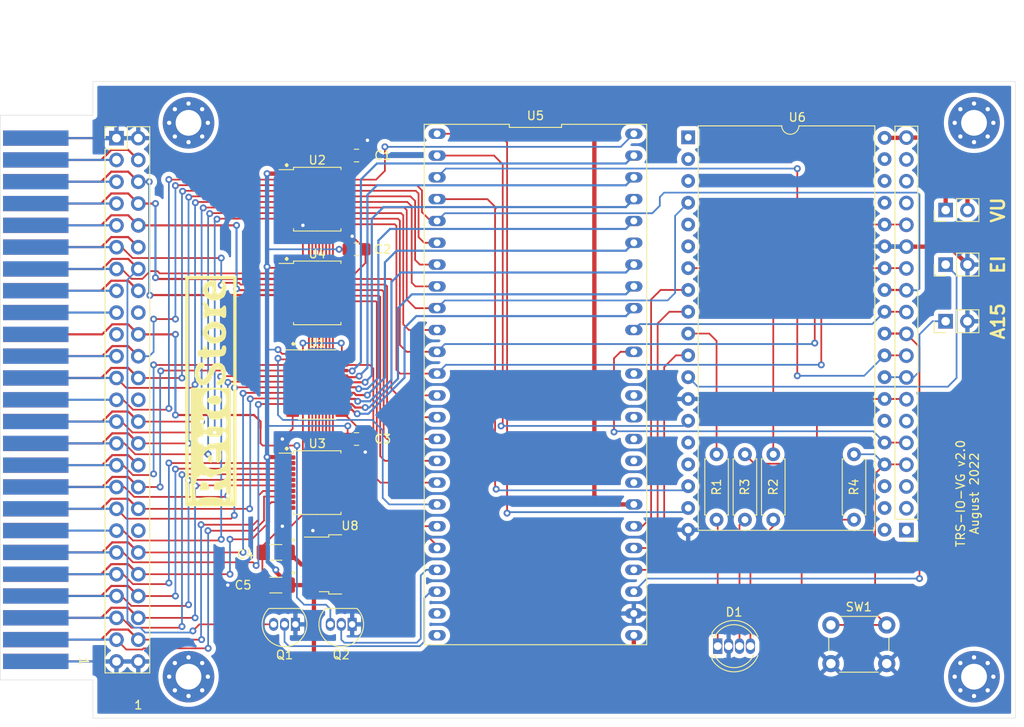
<source format=kicad_pcb>
(kicad_pcb (version 20211014) (generator pcbnew)
  (layers (0 "F.Cu" signal) (31 "B.Cu" signal) (34 "B.Paste" user) (35 "F.Paste" user) (36 "B.SilkS" user "B.Silkscreen") (37 "F.SilkS" user "F.Silkscreen") (38 "B.Mask" user) (39 "F.Mask" user) (44 "Edge.Cuts" user))
  (net 0 "")
  (net 1 "+5V")
  (net 2 "GND")
  (net 3 "+3V3")
  (net 7 "A10")
  (net 8 "A12")
  (net 9 "A13")
  (net 10 "A15")
  (net 11 "A11")
  (net 12 "A14")
  (net 13 "A8")
  (net 14 "PHANTOM")
  (net 15 "WR_N")
  (net 16 "PHOLD")
  (net 17 "RD_N")
  (net 18 "MREQ_N")
  (net 19 "A9")
  (net 20 "D4")
  (net 21 "M1_N")
  (net 22 "D7")
  (net 23 "INT_N")
  (net 24 "D1")
  (net 25 "RFSH")
  (net 26 "D6")
  (net 27 "A0")
  (net 28 "D3")
  (net 29 "A1")
  (net 30 "D5")
  (net 31 "D0")
  (net 32 "A4")
  (net 33 "D2")
  (net 34 "WAIT_N")
  (net 35 "A3")
  (net 36 "A5")
  (net 37 "A7")
  (net 38 "A6")
  (net 39 "5V")
  (net 40 "A2")
  (net 41 "WAIT")
  (net 42 "+1V8")
  (net 43 "EI")
  (net 44 "AA0_9")
  (net 45 "AA1_8")
  (net 46 "AA4_14")
  (net 47 "ESP_S0")
  (net 48 "ESP_S1")
  (net 49 "SCK")
  (net 50 "MOSI")
  (net 51 "AA3_11")
  (net 52 "AA5_15")
  (net 53 "AA7_13")
  (net 54 "AA6_12")
  (net 55 "AA2_10")
  (net 56 "READ_N")
  (net 57 "MISO")
  (net 58 "DD3")
  (net 59 "DD4")
  (net 60 "DD5")
  (net 61 "DD6")
  (net 62 "DD7")
  (net 63 "DD2")
  (net 64 "DD0")
  (net 65 "DD1")
  (net 66 "A1_MUX")
  (net 67 "A0_MUX")
  (net 76 "DBUS_SEL_N")
  (net 77 "BUTTON")
  (net 78 "LED_GREEN")
  (net 79 "LED_BLUE")
  (net 80 "LED_RED")
  (net 81 "Net-(D1-Pad4)")
  (net 82 "Net-(D1-Pad3)")
  (net 83 "Net-(D1-Pad1)")
  (net 85 "CS_SD_CARD")
  (net 87 "VU")
  (net 88 "FULL_ADDR")
  (net 89 "INT")
  (net 90 "DONE")
  (net 92 "CS_FPGA")
  (net 93 "ESP_S2")
  (net 96 "REQ")
  (net 101 "Z80_WR_N")
  (net 102 "Z80_RD_N")
  (net 103 "PHI")
  (net 105 "PHLDA")
  (net 117 "HALT")
  (net 118 "IORQ_N")
  (net 119 "CCDBS")
  (net 120 "DODBS")
  (net 121 "RESET")
  (net 122 "NMI")
  (net 127 "Z80_M1_N")
  (net 128 "Z80_MREQ_N")
  (net 129 "Z80_IOREQ_N")
  (footprint "MountingHole:MountingHole_3mm_Pad_Via" (layer "F.Cu") (at 124.714 60.96)
    (fp_text reference "H1" hide)
    (fp_text value "MountingHole")
  )
  (footprint "MountingHole:MountingHole_3mm_Pad_Via" (layer "F.Cu") (at 216.154 60.96)
    (fp_text reference "H2" hide)
    (fp_text value "MountingHole")
  )
  (footprint "MountingHole:MountingHole_3mm_Pad_Via" (layer "F.Cu") (at 124.714 125.476)
    (fp_text reference "H3" hide)
    (fp_text value "MountingHole")
  )
  (footprint "MountingHole:MountingHole_3mm_Pad_Via" (layer "F.Cu") (at 216.154 125.476)
    (fp_text reference "H4" hide)
    (fp_text value "MountingHole")
  )
  (footprint "Resistor_THT:R_Axial_DIN0207_L6.3mm_D2.5mm_P7.62mm_Horizontal" (layer "F.Cu") (at 186.182 99.568 -90)
    (fp_text reference "R1")
    (fp_text value "100")
  )
  (footprint "Resistor_THT:R_Axial_DIN0207_L6.3mm_D2.5mm_P7.62mm_Horizontal" (layer "F.Cu") (at 192.786 99.568 -90)
    (fp_text reference "R2")
    (fp_text value "100")
  )
  (footprint "Capacitor_SMD:C_0805_2012Metric_Pad1.18x1.45mm_HandSolder" (layer "F.Cu") (at 144.272 75.692)
    (fp_text reference "C2")
    (fp_text value "0.1uF")
  )
  (footprint "TRS-IO-M1:DIP-48_W22.9mm" (layer "F.Cu") (at 165.1 91.44 -90)
    (fp_text reference "U5")
    (fp_text value "Tango_Nano_9K")
  )
  (footprint "Package_SO:TSSOP-24_4.4x7.8mm_P0.65mm" (layer "F.Cu") (at 139.7 91.44)
    (fp_text reference "U1")
    (fp_text value "SN74LVCH8T245")
  )
  (footprint "Capacitor_SMD:C_0805_2012Metric_Pad1.18x1.45mm_HandSolder" (layer "F.Cu") (at 144.272 64.77)
    (fp_text reference "C1")
    (fp_text value "0.1uF")
  )
  (footprint "Package_TO_SOT_THT:TO-92_Inline" (layer "F.Cu") (at 143.764 119.38 180)
    (fp_text reference "Q2")
    (fp_text value "2N7000")
  )
  (footprint "Connector_PinHeader_2.54mm:PinHeader_1x02_P2.54mm_Vertical" (layer "F.Cu") (at 212.852 71.12 90)
    (fp_text reference "J4" hide)
    (fp_text value "Conn_01x02_Male")
  )
  (footprint "Package_TO_SOT_SMD:TO-252-3_TabPin2" (layer "F.Cu") (at 143.51 112.395)
    (fp_text reference "U8")
    (fp_text value "LD1117DT18TR")
  )
  (footprint "Connector_PinHeader_2.54mm:PinHeader_1x19_P2.54mm_Vertical" (layer "F.Cu") (at 208.28 108.4 180)
    (fp_text reference "J6" hide)
    (fp_text value "Conn_01x19")
  )
  (footprint "TRS-IO-M1:DIP-38_W22.9mm" (layer "F.Cu") (at 182.88 62.645)
    (fp_text reference "U6")
    (fp_text value "HiLetgo-ESP-32S")
  )
  (footprint "Resistor_THT:R_Axial_DIN0207_L6.3mm_D2.5mm_P7.62mm_Horizontal" (layer "F.Cu") (at 202.184 107.188 90)
    (fp_text reference "R4")
    (fp_text value "4K7")
  )
  (footprint "TRS-IO:EDGE50" (layer "F.Cu") (at 106.934 84.963 -90)
    (fp_text reference "J1" hide)
    (fp_text value "Conn_02x25_Odd_Even")
  )
  (footprint "Connector_PinHeader_2.54mm:PinHeader_1x02_P2.54mm_Vertical" (layer "F.Cu") (at 212.847 84.074 90)
    (fp_text reference "J5" hide)
    (fp_text value "Conn_01x02_Male")
  )
  (footprint "Capacitor_SMD:C_0805_2012Metric_Pad1.18x1.45mm_HandSolder" (layer "F.Cu") (at 144.272 97.79)
    (fp_text reference "C3")
    (fp_text value "0.1uF")
  )
  (footprint "Connector_PinHeader_2.54mm:PinHeader_1x02_P2.54mm_Vertical" (layer "F.Cu") (at 212.852 77.47 90)
    (fp_text reference "J3" hide)
    (fp_text value "Conn_01x02_Male")
  )
  (footprint "Capacitor_SMD:C_1206_3216Metric_Pad1.33x1.80mm_HandSolder" (layer "F.Cu") (at 134.874 110.998 180)
    (fp_text reference "C4")
    (fp_text value "10u")
  )
  (footprint "Resistor_THT:R_Axial_DIN0207_L6.3mm_D2.5mm_P7.62mm_Horizontal" (layer "F.Cu") (at 189.484 99.568 -90)
    (fp_text reference "R3")
    (fp_text value "100")
  )
  (footprint "Package_SO:SSOP-20_5.3x7.2mm_P0.65mm" (layer "F.Cu") (at 139.7 69.85)
    (fp_text reference "U2")
    (fp_text value "74LVC245")
  )
  (footprint "LED_THT:LED_D5.0mm-4_RGB" (layer "F.Cu") (at 186.314 121.92)
    (fp_text reference "D1")
    (fp_text value "LED_RCBG")
  )
  (footprint "LOGO" (layer "F.Cu") (at 127.254 92.202 90)
    (fp_text reference "G1" hide)
    (fp_text value "LOGO" hide)
  )
  (footprint "Package_SO:SSOP-20_5.3x7.2mm_P0.65mm" (layer "F.Cu") (at 139.7 102.87)
    (fp_text reference "U3")
    (fp_text value "74LVC245")
  )
  (footprint "Package_TO_SOT_THT:TO-92_Inline" (layer "F.Cu") (at 137.16 119.38 180)
    (fp_text reference "Q1")
    (fp_text value "2N7000")
  )
  (footprint "TRS-IO:Pin_Header_Straight_2x25_Pitch2.54mm" (layer "F.Cu") (at 116.327 62.743)
    (fp_text reference "J2" hide)
    (fp_text value "Conn_02x25_Odd_Even")
  )
  (footprint "Button_Switch_THT:SW_PUSH_6mm_H9.5mm" (layer "F.Cu") (at 205.994 123.952 180)
    (fp_text reference "SW1")
    (fp_text value "SW_Push")
  )
  (footprint "Package_SO:SSOP-20_5.3x7.2mm_P0.65mm" (layer "F.Cu") (at 139.7 80.772)
    (fp_text reference "U4")
    (fp_text value "74LVC245")
  )
  (footprint "Capacitor_SMD:C_1206_3216Metric_Pad1.33x1.80mm_HandSolder" (layer "F.Cu") (at 134.874 114.808 180)
    (fp_text reference "C5")
    (fp_text value "100u")
  )
  (gr_line (start 113.5888 130.302) (end 220.98 130.302) (layer "Edge.Cuts") (width 0.05))
  (gr_line (start 102.7938 125.857) (end 102.7938 60.071) (layer "Edge.Cuts") (width 0.05))
  (gr_line (start 113.5889 60.071) (end 113.5889 56.134) (layer "Edge.Cuts") (width 0.05))
  (gr_line (start 220.98 56.134) (end 220.98 130.302) (layer "Edge.Cuts") (width 0.05))
  (gr_line (start 113.589 56.134) (end 220.98 56.134) (layer "Edge.Cuts") (width 0.05))
  (gr_line (start 113.5888 125.857) (end 113.5888 130.302) (layer "Edge.Cuts") (width 0.05))
  (gr_line (start 102.7938 125.857) (end 113.5888 125.857) (layer "Edge.Cuts") (width 0.05))
  (gr_line (start 102.7938 60.071) (end 113.5888 60.071) (layer "Edge.Cuts") (width 0.05))
  (gr_text "." (at 136.144 98.298) (layer "F.SilkS") (effects (font (size 1.5 1.5) (thickness 0.3))))
  (gr_text "." (at 136.906 112.776) (layer "F.SilkS") (effects (font (size 1.5 1.5) (thickness 0.3))))
  (gr_text "." (at 136.144 65.278) (layer "F.SilkS") (effects (font (size 1.5 1.5) (thickness 0.3))))
  (gr_text "." (at 136.906 86.106) (layer "F.SilkS") (effects (font (size 1.5 1.5) (thickness 0.3))))
  (gr_text "EI" (at 218.948 77.47 90) (layer "F.SilkS") (effects (font (size 1.5 1.5) (thickness 0.3))))
  (gr_text "A15" (at 218.948 84.074 90) (layer "F.SilkS") (effects (font (size 1.5 1.5) (thickness 0.3))))
  (gr_text "." (at 136.906 108.966) (layer "F.SilkS") (effects (font (size 1.5 1.5) (thickness 0.3))))
  (gr_text "1" (at 112.522 123.698 270) (layer "F.SilkS") (effects (font (size 1 1))))
  (gr_text "TRS-IO-VG v2.0\nAugust 2022" (at 215.392 104.14 90) (layer "F.SilkS") (effects (font (size 1 1))))
  (gr_text "1" (at 118.872 128.778) (layer "F.SilkS") (effects (font (size 1 1))))
  (gr_text "." (at 136.144 76.2) (layer "F.SilkS") (effects (font (size 1.5 1.5) (thickness 0.3))))
  (gr_text "VU" (at 218.948 71.12 90) (layer "F.SilkS") (effects (font (size 1.5 1.5) (thickness 0.3))))
  (segment (start 208.2515 62.7085) (end 208.28 62.68) (width 0.50038) (layer "F.Cu") (net 1))
  (segment (start 212.852 65.024) (end 212.852 71.12) (width 0.50038) (layer "F.Cu") (net 1))
  (segment (start 208.28 62.68) (end 210.508 62.68) (width 0.50038) (layer "F.Cu") (net 1))
  (segment (start 210.508 62.68) (end 212.852 65.024) (width 0.50038) (layer "F.Cu") (net 1))
  (segment (start 205.74 62.7085) (end 208.2515 62.7085) (width 0.50038) (layer "F.Cu") (net 1))
  (segment (start 133.3115 110.2745) (end 133.3115 110.998) (width 0.2) (layer "F.Cu") (net 2))
  (segment (start 135.636 107.95) (end 133.3115 110.2745) (width 0.2) (layer "F.Cu") (net 2))
  (segment (start 205.775 75.38) (end 205.74 75.345) (width 0.50038) (layer "F.Cu") (net 2))
  (segment (start 136.8375 94.365) (end 136.8375 95.015) (width 0.2) (layer "F.Cu") (net 2))
  (segment (start 213.302 75.38) (end 215.392 77.47) (width 0.50038) (layer "F.Cu") (net 2))
  (segment (start 145.3095 77.287861) (end 144.100361 78.497) (width 0.2) (layer "F.Cu") (net 2))
  (segment (start 144.100361 78.497) (end 143.2 78.497) (width 0.2) (layer "F.Cu") (net 2))
  (segment (start 116.322 62.738) (end 116.327 62.743) (width 0.25) (layer "F.Cu") (net 2))
  (segment (start 136.2 105.795) (end 136.2 107.386) (width 0.2) (layer "F.Cu") (net 2))
  (segment (start 139.31 108.576) (end 139.192 108.458) (width 0.2) (layer "F.Cu") (net 2))
  (segment (start 142.994259 95.015) (end 145.3095 97.330241) (width 0.2) (layer "F.Cu") (net 2))
  (segment (start 145.3095 64.77) (end 145.3095 63.2245) (width 0.2) (layer "F.Cu") (net 2))
  (segment (start 116.322 123.698) (end 116.327 123.703) (width 0.25) (layer "F.Cu") (net 2))
  (segment (start 145.3095 99.2925) (end 145.288 99.314) (width 0.2) (layer "F.Cu") (net 2))
  (segment (start 136.2 72.775) (end 137.906346 72.775) (width 0.2) (layer "F.Cu") (net 2))
  (segment (start 138.029346 82.768015) (end 138.029346 72.898) (width 0.2) (layer "F.Cu") (net 2))
  (segment (start 133.3115 114.808) (end 133.3115 110.998) (width 0.2) (layer "F.Cu") (net 2))
  (segment (start 133.3115 114.808) (end 129.286 114.808) (width 0.2) (layer "F.Cu") (net 2))
  (segment (start 145.3095 75.692) (end 145.288 75.692) (width 0.2) (layer "F.Cu") (net 2))
  (segment (start 136.8375 95.015) (end 136.8375 96.5885) (width 0.2) (layer "F.Cu") (net 2))
  (segment (start 106.934 62.738) (end 116.322 62.738) (width 0.25) (layer "F.Cu") (net 2))
  (segment (start 137.100361 83.697) (end 138.029346 82.768015) (width 0.2) (layer "F.Cu") (net 2))
  (segment (start 136.2 83.697) (end 137.100361 83.697) (width 0.2) (layer "F.Cu") (net 2))
  (segment (start 142.5625 95.015) (end 142.994259 95.015) (width 0.2) (layer "F.Cu") (net 2))
  (segment (start 139.31 110.115) (end 139.31 108.576) (width 0.2) (layer "F.Cu") (net 2))
  (segment (start 145.3095 97.330241) (end 145.3095 97.79) (width 0.2) (layer "F.Cu") (net 2))
  (segment (start 136.8375 96.5885) (end 135.636 97.79) (width 0.2) (layer "F.Cu") (net 2))
  (segment (start 145.3095 63.2245) (end 145.542 62.992) (width 0.2) (layer "F.Cu") (net 2))
  (segment (start 106.934 123.698) (end 116.322 123.698) (width 0.25) (layer "F.Cu") (net 2))
  (segment (start 208.28 75.38) (end 205.775 75.38) (width 0.50038) (layer "F.Cu") (net 2))
  (segment (start 145.3095 75.692) (end 145.3095 77.287861) (width 0.2) (layer "F.Cu") (net 2))
  (segment (start 145.288 75.692) (end 143.764 74.168) (width 0.2) (layer "F.Cu") (net 2))
  (segment (start 145.3095 97.79) (end 145.3095 99.2925) (width 0.2) (layer "F.Cu") (net 2))
  (segment (start 137.906346 72.775) (end 138.029346 72.898) (width 0.2) (layer "F.Cu") (net 2))
  (segment (start 136.2 107.386) (end 135.636 107.95) (width 0.2) (layer "F.Cu") (net 2))
  (segment (start 208.28 75.38) (end 213.302 75.38) (width 0.50038) (layer "F.Cu") (net 2))
  (via (at 129.286 114.808) (size 0.8) (drill 0.4) (layers "F.Cu" "B.Cu") (net 2))
  (via (at 145.542 62.992) (size 0.8) (drill 0.4) (layers "F.Cu" "B.Cu") (net 2))
  (via (at 143.764 74.168) (size 0.8) (drill 0.4) (layers "F.Cu" "B.Cu") (net 2))
  (via (at 135.636 97.79) (size 0.8) (drill 0.4) (layers "F.Cu" "B.Cu") (net 2))
  (via (at 145.288 99.314) (size 0.8) (drill 0.4) (layers "F.Cu" "B.Cu") (net 2))
  (via (at 138.029346 72.898) (size 0.8) (drill 0.4) (layers "F.Cu" "B.Cu") (net 2))
  (via (at 135.636 107.95) (size 0.8) (drill 0.4) (layers "F.Cu" "B.Cu") (net 2))
  (via (at 139.192 108.458) (size 0.8) (drill 0.4) (layers "F.Cu" "B.Cu") (net 2))
  (segment (start 116.327 62.743) (end 118.867 62.743) (width 0.25) (layer "B.Cu") (net 2))
  (segment (start 106.934 123.698) (end 116.322 123.698) (width 0.25) (layer "B.Cu") (net 2))
  (segment (start 116.327 123.703) (end 118.867 123.703) (width 0.25) (layer "B.Cu") (net 2))
  (segment (start 138.029346 73.767346) (end 138.029346 72.898) (width 0.2) (layer "B.Cu") (net 2))
  (segment (start 116.322 62.738) (end 116.327 62.743) (width 0.25) (layer "B.Cu") (net 2))
  (segment (start 106.934 62.738) (end 116.322 62.738) (width 0.25) (layer "B.Cu") (net 2))
  (segment (start 138.43 74.168) (end 138.029346 73.767346) (width 0.2) (layer "B.Cu") (net 2))
  (segment (start 116.322 123.698) (end 116.327 123.703) (width 0.25) (layer "B.Cu") (net 2))
  (segment (start 143.764 74.168) (end 138.43 74.168) (width 0.2) (layer "B.Cu") (net 2))
  (segment (start 143.2345 97.79) (end 143.2345 99.9105) (width 0.2) (layer "F.Cu") (net 3))
  (segment (start 140.208 123.952) (end 175.514 123.952) (width 0.50038) (layer "F.Cu") (net 3))
  (segment (start 136.4365 114.808) (end 139.177 114.808) (width 0.50038) (layer "F.Cu") (net 3))
  (segment (start 143.2345 66.8905) (end 143.2 66.925) (width 0.2) (layer "F.Cu") (net 3))
  (segment (start 136.2 77.847) (end 133.981 77.847) (width 0.2) (layer "F.Cu") (net 3))
  (segment (start 143.2345 96.2875) (end 143.256 96.266) (width 0.2) (layer "F.Cu") (net 3))
  (segment (start 143.2345 75.692) (end 142.24 75.692) (width 0.2) (layer "F.Cu") (net 3))
  (segment (start 196.088 107.95) (end 196.088 123.698) (width 0.2) (layer "F.Cu") (net 3))
  (segment (start 139.31 114.675) (end 139.31 123.054) (width 0.50038) (layer "F.Cu") (net 3))
  (segment (start 135.617 87.865) (end 135.128 87.376) (width 0.2) (layer "F.Cu") (net 3))
  (segment (start 136.2 66.925) (end 143.2 66.925) (width 0.2) (layer "F.Cu") (net 3))
  (segment (start 133.858 66.8755) (end 133.85821 66.87529) (width 0.50038) (layer "F.Cu") (net 3))
  (segment (start 139.177 114.808) (end 139.31 114.675) (width 0.50038) (layer "F.Cu") (net 3))
  (segment (start 143.2345 97.79) (end 143.2345 96.2875) (width 0.2) (layer "F.Cu") (net 3))
  (segment (start 143.2345 64.77) (end 143.2345 66.8905) (width 0.2) (layer "F.Cu") (net 3))
  (segment (start 139.31 123.054) (end 140.208 123.952) (width 0.50038) (layer "F.Cu") (net 3))
  (segment (start 133.858 99.8955) (end 133.85821 99.89529) (width 0.50038) (layer "F.Cu") (net 3))
  (segment (start 133.981 77.847) (end 133.858 77.724) (width 0.2) (layer "F.Cu") (net 3))
  (segment (start 136.8375 87.865) (end 135.617 87.865) (width 0.2) (layer "F.Cu") (net 3))
  (segment (start 177.292 124.206) (end 176.55 123.464) (width 0.2) (layer "F.Cu") (net 3))
  (segment (start 134.874 113.03) (end 134.874 113.2455) (width 0.50038) (layer "F.Cu") (net 3))
  (segment (start 196.088 123.698) (end 195.58 124.206) (width 0.2) (layer "F.Cu") (net 3))
  (segment (start 176.55 122.916) (end 176.55 122.662) (width 0.50038) (layer "F.Cu") (net 3))
  (segment (start 202.184 107.188) (end 196.85 107.188) (width 0.2) (layer "F.Cu") (net 3))
  (segment (start 176.55 123.464) (end 176.55 122.662) (width 0.2) (layer "F.Cu") (net 3))
  (segment (start 133.85821 99.89529) (end 135.613052 99.89529) (width 0.50038) (layer "F.Cu") (net 3))
  (segment (start 143.2345 99.9105) (end 143.2 99.945) (width 0.2) (layer "F.Cu") (net 3))
  (segment (start 196.85 107.188) (end 196.088 107.95) (width 0.2) (layer "F.Cu") (net 3))
  (segment (start 175.514 123.952) (end 176.55 122.916) (width 0.50038) (layer "F.Cu") (net 3))
  (segment (start 143.2345 75.692) (end 143.2345 77.8125) (width 0.2) (layer "F.Cu") (net 3))
  (segment (start 134.874 113.2455) (end 136.4365 114.808) (width 0.50038) (layer "F.Cu") (net 3))
  (segment (start 133.85821 66.87529) (end 135.613052 66.87529) (width 0.50038) (layer "F.Cu") (net 3))
  (segment (start 176.55 122.662) (end 176.55 120.65) (width 0.50038) (layer "F.Cu") (net 3))
  (segment (start 195.58 124.206) (end 177.292 124.206) (width 0.2) (layer "F.Cu") (net 3))
  (segment (start 143.2345 77.8125) (end 143.2 77.847) (width 0.2) (layer "F.Cu") (net 3))
  (via (at 143.256 96.266) (size 0.8) (drill 0.4) (layers "F.Cu" "B.Cu") (net 3))
  (via (at 133.858 77.724) (size 0.8) (drill 0.4) (layers "F.Cu" "B.Cu") (net 3))
  (via (at 133.858 66.8755) (size 0.8) (drill 0.4) (layers "F.Cu" "B.Cu") (net 3))
  (via (at 135.128 87.376) (size 0.8) (drill 0.4) (layers "F.Cu" "B.Cu") (net 3))
  (via (at 142.24 75.692) (size 0.8) (drill 0.4) (layers "F.Cu" "B.Cu") (net 3))
  (via (at 133.858 99.8955) (size 0.8) (drill 0.4) (layers "F.Cu" "B.Cu") (net 3))
  (via (at 134.874 113.03) (size 0.8) (drill 0.4) (layers "F.Cu" "B.Cu") (net 3))
  (segment (start 143.256 96.266) (end 133.858 96.266) (width 0.2) (layer "B.Cu") (net 3))
  (segment (start 133.858 87.376) (end 133.858 77.724) (width 0.50038) (layer "B.Cu") (net 3))
  (segment (start 133.858 73.66) (end 133.858 66.8755) (width 0.50038) (layer "B.Cu") (net 3))
  (segment (start 134.112 75.692) (end 133.858 75.946) (width 0.2) (layer "B.Cu") (net 3))
  (segment (start 133.858 77.724) (end 133.858 77.216) (width 0.50038) (layer "B.Cu") (net 3))
  (segment (start 133.858 77.216) (end 133.858 75.946) (width 0.50038) (layer "B.Cu") (net 3))
  (segment (start 133.858 75.946) (end 133.858 73.66) (width 0.50038) (layer "B.Cu") (net 3))
  (segment (start 133.945701 99.983201) (end 133.945701 112.101701) (width 0.50038) (layer "B.Cu") (net 3))
  (segment (start 133.858 96.266) (end 133.858 99.8955) (width 0.50038) (layer "B.Cu") (net 3))
  (segment (start 133.858 87.884) (end 133.858 96.266) (width 0.50038) (layer "B.Cu") (net 3))
  (segment (start 142.24 75.692) (end 134.112 75.692) (width 0.2) (layer "B.Cu") (net 3))
  (segment (start 133.858 99.8955) (end 133.945701 99.983201) (width 0.50038) (layer "B.Cu") (net 3))
  (segment (start 135.128 87.376) (end 133.858 87.376) (width 0.2) (layer "B.Cu") (net 3))
  (segment (start 133.858 87.884) (end 133.858 87.376) (width 0.50038) (layer "B.Cu") (net 3))
  (segment (start 133.945701 112.101701) (end 134.874 113.03) (width 0.50038) (layer "B.Cu") (net 3))
  (segment (start 118.248511 94.372511) (end 117.099 93.223) (width 0.2) (layer "F.Cu") (net 7))
  (segment (start 122.439 67.575) (end 122.428 67.564) (width 0.2) (layer "F.Cu") (net 7))
  (segment (start 122.289489 94.372511) (end 118.248511 94.372511) (width 0.2) (layer "F.Cu") (net 7))
  (segment (start 122.428 94.234) (end 122.289489 94.372511) (width 0.2) (layer "F.Cu") (net 7))
  (segment (start 117.099 93.223) (end 116.327 93.223) (width 0.2) (layer "F.Cu") (net 7))
  (segment (start 136.2 67.575) (end 122.439 67.575) (width 0.2) (layer "F.Cu") (net 7))
  (via (at 122.428 94.234) (size 0.8) (drill 0.4) (layers "F.Cu" "B.Cu") (net 7))
  (via (at 122.428 67.564) (size 0.8) (drill 0.4) (layers "F.Cu" "B.Cu") (net 7))
  (segment (start 106.934 93.218) (end 116.322 93.218) (width 0.25) (layer "B.Cu") (net 7))
  (segment (start 122.428 67.564) (end 122.428 94.234) (width 0.2) (layer "B.Cu") (net 7))
  (segment (start 116.322 93.218) (end 116.327 93.223) (width 0.25) (layer "B.Cu") (net 7))
  (segment (start 123.19 83.82) (end 120.65 83.82) (width 0.2) (layer "F.Cu") (net 8))
  (segment (start 123.2395 68.225) (end 123.19 68.2745) (width 0.2) (layer "F.Cu") (net 8))
  (segment (start 136.2 68.225) (end 123.2395 68.225) (width 0.2) (layer "F.Cu") (net 8))
  (segment (start 114.67099 88.138) (end 115.840501 86.968489) (width 0.25) (layer "F.Cu") (net 8))
  (segment (start 115.840501 86.968489) (end 117.692489 86.968489) (width 0.25) (layer "F.Cu") (net 8))
  (segment (start 106.934 88.138) (end 114.67099 88.138) (width 0.25) (layer "F.Cu") (net 8))
  (segment (start 117.692489 86.968489) (end 118.867 88.143) (width 0.25) (layer "F.Cu") (net 8))
  (via (at 123.19 68.2745) (size 0.8) (drill 0.4) (layers "F.Cu" "B.Cu") (net 8))
  (via (at 120.65 83.82) (size 0.8) (drill 0.4) (layers "F.Cu" "B.Cu") (net 8))
  (via (at 123.19 83.82) (size 0.8) (drill 0.4) (layers "F.Cu" "B.Cu") (net 8))
  (segment (start 120.65 87.63) (end 120.137 88.143) (width 0.2) (layer "B.Cu") (net 8))
  (segment (start 123.19 68.2745) (end 123.19 83.82) (width 0.2) (layer "B.Cu") (net 8))
  (segment (start 120.137 88.143) (end 118.867 88.143) (width 0.2) (layer "B.Cu") (net 8))
  (segment (start 120.65 83.82) (end 120.65 87.63) (width 0.2) (layer "B.Cu") (net 8))
  (segment (start 136.2 68.875) (end 124.073631 68.875) (width 0.2) (layer "F.Cu") (net 9))
  (segment (start 115.723511 89.508489) (end 117.692489 89.508489) (width 0.25) (layer "F.Cu") (net 9))
  (segment (start 114.554 90.678) (end 115.723511 89.508489) (width 0.25) (layer "F.Cu") (net 9))
  (segment (start 123.947 90.683) (end 118.867 90.683) (width 0.2) (layer "F.Cu") (net 9))
  (segment (start 117.692489 89.508489) (end 118.867 90.683) (width 0.25) (layer "F.Cu") (net 9))
  (segment (start 106.934 90.678) (end 114.554 90.678) (width 0.25) (layer "F.Cu") (net 9))
  (segment (start 124.073631 68.875) (end 124.024131 68.9245) (width 0.2) (layer "F.Cu") (net 9))
  (segment (start 123.952 90.678) (end 123.947 90.683) (width 0.2) (layer "F.Cu") (net 9))
  (via (at 124.024131 68.9245) (size 0.8) (drill 0.4) (layers "F.Cu" "B.Cu") (net 9))
  (via (at 123.952 90.678) (size 0.8) (drill 0.4) (layers "F.Cu" "B.Cu") (net 9))
  (segment (start 123.952 68.996631) (end 123.952 90.678) (width 0.2) (layer "B.Cu") (net 9))
  (segment (start 124.024131 68.9245) (end 123.952 68.996631) (width 0.2) (layer "B.Cu") (net 9))
  (segment (start 124.709 98.303) (end 118.867 98.303) (width 0.2) (layer "F.Cu") (net 10))
  (segment (start 117.692489 97.128489) (end 118.867 98.303) (width 0.25) (layer "F.Cu") (net 10))
  (segment (start 124.836897 69.525) (end 124.743885 69.618012) (width 0.2) (layer "F.Cu") (net 10))
  (segment (start 115.840501 97.128489) (end 117.692489 97.128489) (width 0.25) (layer "F.Cu") (net 10))
  (segment (start 124.714 98.298) (end 124.709 98.303) (width 0.2) (layer "F.Cu") (net 10))
  (segment (start 106.934 98.298) (end 114.67099 98.298) (width 0.25) (layer "F.Cu") (net 10))
  (segment (start 114.67099 98.298) (end 115.840501 97.128489) (width 0.25) (layer "F.Cu") (net 10))
  (segment (start 136.2 69.525) (end 124.836897 69.525) (width 0.2) (layer "F.Cu") (net 10))
  (via (at 124.714 98.298) (size 0.8) (drill 0.4) (layers "F.Cu" "B.Cu") (net 10))
  (via (at 124.743885 69.618012) (size 0.8) (drill 0.4) (layers "F.Cu" "B.Cu") (net 10))
  (segment (start 124.714 69.647897) (end 124.714 98.298) (width 0.2) (layer "B.Cu") (net 10))
  (segment (start 124.743885 69.618012) (end 124.714 69.647897) (width 0.2) (layer "B.Cu") (net 10))
  (segment (start 136.2 70.175) (end 125.594223 70.175) (width 0.2) (layer "F.Cu") (net 11))
  (segment (start 125.594223 70.175) (end 125.513586 70.255637) (width 0.2) (layer "F.Cu") (net 11))
  (segment (start 125.476 91.44) (end 125.083489 91.832511) (width 0.2) (layer "F.Cu") (net 11))
  (segment (start 125.083489 91.832511) (end 117.476511 91.832511) (width 0.2) (layer "F.Cu") (net 11))
  (segment (start 117.476511 91.832511) (end 116.327 90.683) (width 0.2) (layer "F.Cu") (net 11))
  (via (at 125.476 91.44) (size 0.8) (drill 0.4) (layers "F.Cu" "B.Cu") (net 11))
  (via (at 125.513586 70.255637) (size 0.8) (drill 0.4) (layers "F.Cu" "B.Cu") (net 11))
  (segment (start 125.513586 70.255637) (end 125.476 70.293223) (width 0.2) (layer "B.Cu") (net 11))
  (segment (start 116.322 90.678) (end 116.327 90.683) (width 0.25) (layer "B.Cu") (net 11))
  (segment (start 125.476 70.293223) (end 125.476 91.44) (width 0.2) (layer "B.Cu") (net 11))
  (segment (start 106.934 90.678) (end 116.322 90.678) (width 0.25) (layer "B.Cu") (net 11))
  (segment (start 117.692489 94.588489) (end 118.867 95.763) (width 0.25) (layer "F.Cu") (net 12))
  (segment (start 126.238 95.758) (end 126.233 95.763) (width 0.2) (layer "F.Cu") (net 12))
  (segment (start 126.233 95.763) (end 118.867 95.763) (width 0.2) (layer "F.Cu") (net 12))
  (segment (start 115.840501 94.588489) (end 117.692489 94.588489) (width 0.25) (layer "F.Cu") (net 12))
  (segment (start 126.47788 70.825) (end 126.42838 70.8745) (width 0.2) (layer "F.Cu") (net 12))
  (segment (start 106.934 95.758) (end 114.67099 95.758) (width 0.25) (layer "F.Cu") (net 12))
  (segment (start 136.2 70.825) (end 126.47788 70.825) (width 0.2) (layer "F.Cu") (net 12))
  (segment (start 114.67099 95.758) (end 115.840501 94.588489) (width 0.25) (layer "F.Cu") (net 12))
  (via (at 126.42838 70.8745) (size 0.8) (drill 0.4) (layers "F.Cu" "B.Cu") (net 12))
  (via (at 126.238 95.758) (size 0.8) (drill 0.4) (layers "F.Cu" "B.Cu") (net 12))
  (segment (start 126.238 71.06488) (end 126.238 95.758) (width 0.2) (layer "B.Cu") (net 12))
  (segment (start 126.42838 70.8745) (end 126.238 71.06488) (width 0.2) (layer "B.Cu") (net 12))
  (segment (start 118.506345 99.568) (end 117.241345 98.303) (width 0.2) (layer "F.Cu") (net 13))
  (segment (start 136.2 71.475) (end 127.238196 71.475) (width 0.2) (layer "F.Cu") (net 13))
  (segment (start 117.241345 98.303) (end 116.327 98.303) (width 0.2) (layer "F.Cu") (net 13))
  (segment (start 127 99.568) (end 118.506345 99.568) (width 0.2) (layer "F.Cu") (net 13))
  (segment (start 127.238196 71.475) (end 127.181017 71.532179) (width 0.2) (layer "F.Cu") (net 13))
  (via (at 127 99.568) (size 0.8) (drill 0.4) (layers "F.Cu" "B.Cu") (net 13))
  (via (at 127.181017 71.532179) (size 0.8) (drill 0.4) (layers "F.Cu" "B.Cu") (net 13))
  (segment (start 127.181017 71.532179) (end 127 71.713196) (width 0.2) (layer "B.Cu") (net 13))
  (segment (start 106.934 98.298) (end 116.322 98.298) (width 0.25) (layer "B.Cu") (net 13))
  (segment (start 116.322 98.298) (end 116.327 98.303) (width 0.25) (layer "B.Cu") (net 13))
  (segment (start 127 71.713196) (end 127 99.568) (width 0.2) (layer "B.Cu") (net 13))
  (segment (start 106.934 80.518) (end 114.554 80.518) (width 0.25) (layer "F.Cu") (net 14))
  (segment (start 115.723511 79.348489) (end 117.692489 79.348489) (width 0.25) (layer "F.Cu") (net 14))
  (segment (start 114.554 80.518) (end 115.723511 79.348489) (width 0.25) (layer "F.Cu") (net 14))
  (segment (start 117.692489 79.348489) (end 118.867 80.523) (width 0.25) (layer "F.Cu") (net 14))
  (segment (start 130.791239 79.797) (end 130.591748 79.597509) (width 0.2) (layer "F.Cu") (net 15))
  (segment (start 130.591748 79.597509) (end 128.797991 79.597509) (width 0.2) (layer "F.Cu") (net 15))
  (segment (start 136.2 79.797) (end 130.791239 79.797) (width 0.2) (layer "F.Cu") (net 15))
  (segment (start 118.192362 76.708) (end 116.927362 75.443) (width 0.2) (layer "F.Cu") (net 15))
  (segment (start 128.797991 79.597509) (end 128.524 79.8715) (width 0.2) (layer "F.Cu") (net 15))
  (segment (start 116.927362 75.443) (end 116.327 75.443) (width 0.2) (layer "F.Cu") (net 15))
  (segment (start 128.524 76.708) (end 118.192362 76.708) (width 0.2) (layer "F.Cu") (net 15))
  (via (at 128.524 79.8715) (size 0.8) (drill 0.4) (layers "F.Cu" "B.Cu") (net 15))
  (via (at 128.524 76.708) (size 0.8) (drill 0.4) (layers "F.Cu" "B.Cu") (net 15))
  (segment (start 106.934 75.438) (end 116.322 75.438) (width 0.25) (layer "B.Cu") (net 15))
  (segment (start 128.524 79.8715) (end 128.524 76.708) (width 0.2) (layer "B.Cu") (net 15))
  (segment (start 116.322 75.438) (end 116.327 75.443) (width 0.25) (layer "B.Cu") (net 15))
  (segment (start 115.723511 74.268489) (end 117.692489 74.268489) (width 0.25) (layer "F.Cu") (net 16))
  (segment (start 106.934 75.438) (end 114.554 75.438) (width 0.25) (layer "F.Cu") (net 16))
  (segment (start 114.554 75.438) (end 115.723511 74.268489) (width 0.25) (layer "F.Cu") (net 16))
  (segment (start 117.692489 74.268489) (end 118.867 75.443) (width 0.25) (layer "F.Cu") (net 16))
  (segment (start 130.297 72.903) (end 130.302 72.898) (width 0.25) (layer "F.Cu") (net 17))
  (segment (start 106.934 72.898) (end 114.554 72.898) (width 0.25) (layer "F.Cu") (net 17))
  (segment (start 115.723511 71.728489) (end 117.692489 71.728489) (width 0.25) (layer "F.Cu") (net 17))
  (segment (start 117.692489 71.728489) (end 118.867 72.903) (width 0.25) (layer "F.Cu") (net 17))
  (segment (start 114.554 72.898) (end 115.723511 71.728489) (width 0.25) (layer "F.Cu") (net 17))
  (segment (start 130.302 80.29702) (end 130.45198 80.447) (width 0.25) (layer "F.Cu") (net 17))
  (segment (start 118.867 72.903) (end 130.297 72.903) (width 0.25) (layer "F.Cu") (net 17))
  (segment (start 130.45198 80.447) (end 136.2 80.447) (width 0.25) (layer "F.Cu") (net 17))
  (via (at 130.302 80.29702) (size 0.8) (drill 0.4) (layers "F.Cu" "B.Cu") (net 17))
  (via (at 130.302 72.898) (size 0.8) (drill 0.4) (layers "F.Cu" "B.Cu") (net 17))
  (segment (start 130.302 72.898) (end 130.302 80.29702) (width 0.25) (layer "B.Cu") (net 17))
  (segment (start 120.8665 78.994) (end 121.0195 79.147) (width 0.25) (layer "F.Cu") (net 18))
  (segment (start 120.8615 70.363) (end 120.8665 70.358) (width 0.25) (layer "F.Cu") (net 18))
  (segment (start 115.723511 69.188489) (end 117.692489 69.188489) (width 0.25) (layer "F.Cu") (net 18))
  (segment (start 121.0195 79.147) (end 136.2 79.147) (width 0.25) (layer "F.Cu") (net 18))
  (segment (start 106.934 70.358) (end 114.554 70.358) (width 0.25) (layer "F.Cu") (net 18))
  (segment (start 114.554 70.358) (end 115.723511 69.188489) (width 0.25) (layer "F.Cu") (net 18))
  (segment (start 117.692489 69.188489) (end 118.867 70.363) (width 0.25) (layer "F.Cu") (net 18))
  (segment (start 118.867 70.363) (end 120.8615 70.363) (width 0.25) (layer "F.Cu") (net 18))
  (via (at 120.8665 78.994) (size 0.8) (drill 0.4) (layers "F.Cu" "B.Cu") (net 18))
  (via (at 120.8665 70.358) (size 0.8) (drill 0.4) (layers "F.Cu" "B.Cu") (net 18))
  (segment (start 120.8665 70.358) (end 120.8665 78.994) (width 0.25) (layer "B.Cu") (net 18))
  (segment (start 127.762 97.028) (end 118.192362 97.028) (width 0.2) (layer "F.Cu") (net 19))
  (segment (start 116.927362 95.763) (end 116.327 95.763) (width 0.2) (layer "F.Cu") (net 19))
  (segment (start 136.2 72.125) (end 128.07955 72.125) (width 0.2) (layer "F.Cu") (net 19))
  (segment (start 128.07955 72.125) (end 128.03005 72.1745) (width 0.2) (layer "F.Cu") (net 19))
  (segment (start 118.192362 97.028) (end 116.927362 95.763) (width 0.2) (layer "F.Cu") (net 19))
  (via (at 127.762 97.028) (size 0.8) (drill 0.4) (layers "F.Cu" "B.Cu") (net 19))
  (via (at 128.03005 72.1745) (size 0.8) (drill 0.4) (layers "F.Cu" "B.Cu") (net 19))
  (segment (start 128.03005 72.1745) (end 127.762 72.44255) (width 0.2) (layer "B.Cu") (net 19))
  (segment (start 127.762 72.44255) (end 127.762 97.028) (width 0.2) (layer "B.Cu") (net 19))
  (segment (start 116.322 95.758) (end 116.327 95.763) (width 0.25) (layer "B.Cu") (net 19))
  (segment (start 106.934 95.758) (end 116.322 95.758) (width 0.25) (layer "B.Cu") (net 19))
  (segment (start 118.248511 101.992511) (end 117.099 100.843) (width 0.2) (layer "F.Cu") (net 20))
  (segment (start 120.65 101.854) (end 120.511489 101.992511) (width 0.2) (layer "F.Cu") (net 20))
  (segment (start 120.511489 101.992511) (end 118.248511 101.992511) (width 0.2) (layer "F.Cu") (net 20))
  (segment (start 136.8375 89.165) (end 120.661 89.165) (width 0.2) (layer "F.Cu") (net 20))
  (segment (start 117.099 100.843) (end 116.327 100.843) (width 0.2) (layer "F.Cu") (net 20))
  (segment (start 120.661 89.165) (end 120.65 89.154) (width 0.2) (layer "F.Cu") (net 20))
  (via (at 120.65 101.854) (size 0.8) (drill 0.4) (layers "F.Cu" "B.Cu") (net 20))
  (via (at 120.65 89.154) (size 0.8) (drill 0.4) (layers "F.Cu" "B.Cu") (net 20))
  (segment (start 120.65 89.154) (end 120.65 101.854) (width 0.2) (layer "B.Cu") (net 20))
  (segment (start 106.934 100.838) (end 116.322 100.838) (width 0.25) (layer "B.Cu") (net 20))
  (segment (start 116.322 100.838) (end 116.327 100.843) (width 0.25) (layer "B.Cu") (net 20))
  (segment (start 106.934 67.818) (end 114.554 67.818) (width 0.25) (layer "F.Cu") (net 21))
  (segment (start 120.215367 81.054944) (end 120.248791 81.02152) (width 0.25) (layer "F.Cu") (net 21))
  (segment (start 120.248791 81.02152) (end 136.12452 81.02152) (width 0.25) (layer "F.Cu") (net 21))
  (segment (start 114.554 67.818) (end 115.723511 66.648489) (width 0.25) (layer "F.Cu") (net 21))
  (segment (start 117.692489 66.648489) (end 118.867 67.823) (width 0.25) (layer "F.Cu") (net 21))
  (segment (start 120.137 67.823) (end 120.142 67.818) (width 0.25) (layer "F.Cu") (net 21))
  (segment (start 136.12452 81.02152) (end 136.2 81.097) (width 0.25) (layer "F.Cu") (net 21))
  (segment (start 118.867 67.823) (end 120.137 67.823) (width 0.25) (layer "F.Cu") (net 21))
  (segment (start 115.723511 66.648489) (end 117.692489 66.648489) (width 0.25) (layer "F.Cu") (net 21))
  (via (at 120.215367 81.054944) (size 0.8) (drill 0.4) (layers "F.Cu" "B.Cu") (net 21))
  (via (at 120.142 67.818) (size 0.8) (drill 0.4) (layers "F.Cu" "B.Cu") (net 21))
  (segment (start 120.142 67.818) (end 120.142 80.981577) (width 0.25) (layer "B.Cu") (net 21))
  (segment (start 120.142 80.981577) (end 120.215367 81.054944) (width 0.25) (layer "B.Cu") (net 21))
  (segment (start 114.67099 103.378) (end 115.840501 102.208489) (width 0.25) (layer "F.Cu") (net 22))
  (segment (start 121.412 103.378) (end 121.407 103.383) (width 0.2) (layer "F.Cu") (net 22))
  (segment (start 121.531136 89.815) (end 121.481636 89.8645) (width 0.2) (layer "F.Cu") (net 22))
  (segment (start 115.840501 102.208489) (end 117.692489 102.208489) (width 0.25) (layer "F.Cu") (net 22))
  (segment (start 106.934 103.378) (end 114.67099 103.378) (width 0.25) (layer "F.Cu") (net 22))
  (segment (start 117.692489 102.208489) (end 118.867 103.383) (width 0.25) (layer "F.Cu") (net 22))
  (segment (start 136.8375 89.815) (end 121.531136 89.815) (width 0.2) (layer "F.Cu") (net 22))
  (segment (start 121.407 103.383) (end 118.867 103.383) (width 0.2) (layer "F.Cu") (net 22))
  (via (at 121.412 103.378) (size 0.8) (drill 0.4) (layers "F.Cu" "B.Cu") (net 22))
  (via (at 121.481636 89.8645) (size 0.8) (drill 0.4) (layers "F.Cu" "B.Cu") (net 22))
  (segment (start 121.481636 89.8645) (end 121.412 89.934136) (width 0.2) (layer "B.Cu") (net 22))
  (segment (start 121.412 89.934136) (end 121.412 103.378) (width 0.2) (layer "B.Cu") (net 22))
  (segment (start 133.35 98.552) (end 133.096 98.298) (width 0.2) (layer "F.Cu") (net 23))
  (segment (start 133.096 98.298) (end 133.096 96.52) (width 0.2) (layer "F.Cu") (net 23))
  (segment (start 123.19 94.996) (end 132.334 94.996) (width 0.25) (layer "F.Cu") (net 23))
  (segment (start 106.934 85.598) (end 114.67099 85.598) (width 0.25) (layer "F.Cu") (net 23))
  (segment (start 114.67099 85.598) (end 115.840501 84.428489) (width 0.25) (layer "F.Cu") (net 23))
  (segment (start 115.840501 84.428489) (end 117.692489 84.428489) (width 0.25) (layer "F.Cu") (net 23))
  (segment (start 123.185 85.603) (end 123.19 85.598) (width 0.25) (layer "F.Cu") (net 23))
  (segment (start 132.334 94.996) (end 133.096 95.758) (width 0.25) (layer "F.Cu") (net 23))
  (segment (start 133.096 95.758) (end 133.096 96.52) (width 0.25) (layer "F.Cu") (net 23))
  (segment (start 118.867 85.603) (end 123.185 85.603) (width 0.25) (layer "F.Cu") (net 23))
  (segment (start 137.329846 98.552) (end 133.35 98.552) (width 0.2) (layer "F.Cu") (net 23))
  (segment (start 117.692489 84.428489) (end 118.867 85.603) (width 0.25) (layer "F.Cu") (net 23))
  (via (at 137.329846 98.552) (size 0.8) (drill 0.4) (layers "F.Cu" "B.Cu") (net 23))
  (via (at 123.19 85.598) (size 0.8) (drill 0.4) (layers "F.Cu" "B.Cu") (net 23))
  (via (at 123.19 94.996) (size 0.8) (drill 0.4) (layers "F.Cu" "B.Cu") (net 23))
  (segment (start 140.716 117.094) (end 141.224 117.602) (width 0.2) (layer "B.Cu") (net 23))
  (segment (start 123.19 85.598) (end 123.19 94.996) (width 0.25) (layer "B.Cu") (net 23))
  (segment (start 137.329846 116.247846) (end 138.176 117.094) (width 0.2) (layer "B.Cu") (net 23))
  (segment (start 141.224 117.602) (end 141.224 119.38) (width 0.2) (layer "B.Cu") (net 23))
  (segment (start 137.329846 98.552) (end 137.329846 116.247846) (width 0.2) (layer "B.Cu") (net 23))
  (segment (start 138.176 117.094) (end 140.716 117.094) (width 0.2) (layer "B.Cu") (net 23))
  (segment (start 136.8375 90.465) (end 128.511 90.465) (width 0.2) (layer "F.Cu") (net 24))
  (segment (start 128.385489 109.612511) (end 118.248511 109.612511) (width 0.2) (layer "F.Cu") (net 24))
  (segment (start 118.248511 109.612511) (end 117.099 108.463) (width 0.2) (layer "F.Cu") (net 24))
  (segment (start 117.099 108.463) (end 116.327 108.463) (width 0.2) (layer "F.Cu") (net 24))
  (segment (start 128.511 90.465) (end 128.4615 90.5145) (width 0.2) (layer "F.Cu") (net 24))
  (segment (start 128.524 109.474) (end 128.385489 109.612511) (width 0.2) (layer "F.Cu") (net 24))
  (via (at 128.4615 90.5145) (size 0.8) (drill 0.4) (layers "F.Cu" "B.Cu") (net 24))
  (via (at 128.524 109.474) (size 0.8) (drill 0.4) (layers "F.Cu" "B.Cu") (net 24))
  (segment (start 128.524 90.577) (end 128.524 109.474) (width 0.2) (layer "B.Cu") (net 24))
  (segment (start 128.4615 90.5145) (end 128.524 90.577) (width 0.2) (layer "B.Cu") (net 24))
  (segment (start 116.322 108.458) (end 116.327 108.463) (width 0.25) (layer "B.Cu") (net 24))
  (segment (start 106.934 108.458) (end 116.322 108.458) (width 0.25) (layer "B.Cu") (net 24))
  (segment (start 117.692489 64.108489) (end 118.867 65.283) (width 0.25) (layer "F.Cu") (net 25))
  (segment (start 106.934 65.278) (end 114.554 65.278) (width 0.25) (layer "F.Cu") (net 25))
  (segment (start 115.723511 64.108489) (end 117.692489 64.108489) (width 0.25) (layer "F.Cu") (net 25))
  (segment (start 114.554 65.278) (end 115.723511 64.108489) (width 0.25) (layer "F.Cu") (net 25))
  (segment (start 129.147489 104.532511) (end 118.390856 104.532511) (width 0.2) (layer "F.Cu") (net 26))
  (segment (start 129.286 104.394) (end 129.147489 104.532511) (width 0.2) (layer "F.Cu") (net 26))
  (segment (start 129.357 91.115) (end 129.286 91.186) (width 0.2) (layer "F.Cu") (net 26))
  (segment (start 136.8375 91.115) (end 129.357 91.115) (width 0.2) (layer "F.Cu") (net 26))
  (segment (start 117.241345 103.383) (end 116.327 103.383) (width 0.2) (layer "F.Cu") (net 26))
  (segment (start 118.390856 104.532511) (end 117.241345 103.383) (width 0.2) (layer "F.Cu") (net 26))
  (via (at 129.286 104.394) (size 0.8) (drill 0.4) (layers "F.Cu" "B.Cu") (net 26))
  (via (at 129.286 91.186) (size 0.8) (drill 0.4) (layers "F.Cu" "B.Cu") (net 26))
  (segment (start 116.322 103.378) (end 116.327 103.383) (width 0.25) (layer "B.Cu") (net 26))
  (segment (start 129.286 91.186) (end 129.286 104.394) (width 0.2) (layer "B.Cu") (net 26))
  (segment (start 106.934 103.378) (end 116.322 103.378) (width 0.25) (layer "B.Cu") (net 26))
  (segment (start 117.099 113.543) (end 116.327 113.543) (width 0.2) (layer "F.Cu") (net 27))
  (segment (start 136.2 100.595) (end 122.439 100.595) (width 0.2) (layer "F.Cu") (net 27))
  (segment (start 122.439 100.595) (end 122.428 100.584) (width 0.2) (layer "F.Cu") (net 27))
  (segment (start 122.428 114.554) (end 122.289489 114.692511) (width 0.2) (layer "F.Cu") (net 27))
  (segment (start 118.248511 114.692511) (end 117.099 113.543) (width 0.2) (layer "F.Cu") (net 27))
  (segment (start 122.289489 114.692511) (end 118.248511 114.692511) (width 0.2) (layer "F.Cu") (net 27))
  (via (at 122.428 114.554) (size 0.8) (drill 0.4) (layers "F.Cu" "B.Cu") (net 27))
  (via (at 122.428 100.584) (size 0.8) (drill 0.4) (layers "F.Cu" "B.Cu") (net 27))
  (segment (start 122.428 100.584) (end 122.428 114.554) (width 0.2) (layer "B.Cu") (net 27))
  (segment (start 116.322 113.538) (end 116.327 113.543) (width 0.25) (layer "B.Cu") (net 27))
  (segment (start 106.934 113.538) (end 116.322 113.538) (width 0.25) (layer "B.Cu") (net 27))
  (segment (start 130.048 106.68) (end 129.655489 107.072511) (width 0.2) (layer "F.Cu") (net 28))
  (segment (start 136.8375 91.765) (end 130.11404 91.765) (width 0.2) (layer "F.Cu") (net 28))
  (segment (start 117.476511 107.072511) (end 116.327 105.923) (width 0.2) (layer "F.Cu") (net 28))
  (segment (start 129.655489 107.072511) (end 117.476511 107.072511) (width 0.2) (layer "F.Cu") (net 28))
  (segment (start 130.11404 91.765) (end 130.057064 91.821976) (width 0.2) (layer "F.Cu") (net 28))
  (via (at 130.057064 91.821976) (size 0.8) (drill 0.4) (layers "F.Cu" "B.Cu") (net 28))
  (via (at 130.048 106.68) (size 0.8) (drill 0.4) (layers "F.Cu" "B.Cu") (net 28))
  (segment (start 130.048 91.83104) (end 130.048 106.68) (width 0.2) (layer "B.Cu") (net 28))
  (segment (start 116.322 105.918) (end 116.327 105.923) (width 0.25) (layer "B.Cu") (net 28))
  (segment (start 106.934 105.918) (end 116.322 105.918) (width 0.25) (layer "B.Cu") (net 28))
  (segment (start 130.057064 91.821976) (end 130.048 91.83104) (width 0.2) (layer "B.Cu") (net 28))
  (segment (start 123.185 116.083) (end 118.867 116.083) (width 0.2) (layer "F.Cu") (net 29))
  (segment (start 123.2395 101.245) (end 123.19 101.2945) (width 0.2) (layer "F.Cu") (net 29))
  (segment (start 136.2 101.245) (end 123.2395 101.245) (width 0.2) (layer "F.Cu") (net 29))
  (segment (start 117.692489 114.908489) (end 118.867 116.083) (width 0.25) (layer "F.Cu") (net 29))
  (segment (start 114.554 116.078) (end 115.723511 114.908489) (width 0.25) (layer "F.Cu") (net 29))
  (segment (start 123.19 116.078) (end 123.185 116.083) (width 0.2) (layer "F.Cu") (net 29))
  (segment (start 115.723511 114.908489) (end 117.692489 114.908489) (width 0.25) (layer "F.Cu") (net 29))
  (segment (start 106.934 116.078) (end 114.554 116.078) (width 0.25) (layer "F.Cu") (net 29))
  (via (at 123.19 116.078) (size 0.8) (drill 0.4) (layers "F.Cu" "B.Cu") (net 29))
  (via (at 123.19 101.2945) (size 0.8) (drill 0.4) (layers "F.Cu" "B.Cu") (net 29))
  (segment (start 123.19 101.2945) (end 123.19 116.078) (width 0.2) (layer "B.Cu") (net 29))
  (segment (start 106.934 110.998) (end 114.67099 110.998) (width 0.25) (layer "F.Cu") (net 30))
  (segment (start 115.840501 109.828489) (end 117.692489 109.828489) (width 0.25) (layer "F.Cu") (net 30))
  (segment (start 114.67099 110.998) (end 115.840501 109.828489) (width 0.25) (layer "F.Cu") (net 30))
  (segment (start 131.1135 92.415) (end 131.064 92.4645) (width 0.2) (layer "F.Cu") (net 30))
  (segment (start 136.8375 92.415) (end 131.1135 92.415) (width 0.2) (layer "F.Cu") (net 30))
  (segment (start 117.692489 109.828489) (end 118.867 111.003) (width 0.25) (layer "F.Cu") (net 30))
  (segment (start 131.064 110.998) (end 131.059 111.003) (width 0.2) (layer "F.Cu") (net 30))
  (segment (start 131.059 111.003) (end 118.867 111.003) (width 0.2) (layer "F.Cu") (net 30))
  (via (at 131.064 110.998) (size 0.8) (drill 0.4) (layers "F.Cu" "B.Cu") (net 30))
  (via (at 131.064 92.4645) (size 0.8) (drill 0.4) (layers "F.Cu" "B.Cu") (net 30))
  (segment (start 131.064 92.4645) (end 131.064 110.998) (width 0.2) (layer "B.Cu") (net 30))
  (segment (start 136.8375 93.065) (end 131.949415 93.065) (width 0.2) (layer "F.Cu") (net 31))
  (segment (start 131.949415 93.065) (end 131.899915 93.1145) (width 0.2) (layer "F.Cu") (net 31))
  (segment (start 131.821 105.923) (end 118.867 105.923) (width 0.2) (layer "F.Cu") (net 31))
  (segment (start 115.723511 104.748489) (end 117.692489 104.748489) (width 0.25) (layer "F.Cu") (net 31))
  (segment (start 131.826 105.918) (end 131.821 105.923) (width 0.2) (layer "F.Cu") (net 31))
  (segment (start 114.554 105.918) (end 115.723511 104.748489) (width 0.25) (layer "F.Cu") (net 31))
  (segment (start 106.934 105.918) (end 114.554 105.918) (width 0.25) (layer "F.Cu") (net 31))
  (segment (start 117.692489 104.748489) (end 118.867 105.923) (width 0.25) (layer "F.Cu") (net 31))
  (via (at 131.826 105.918) (size 0.8) (drill 0.4) (layers "F.Cu" "B.Cu") (net 31))
  (via (at 131.899915 93.1145) (size 0.8) (drill 0.4) (layers "F.Cu" "B.Cu") (net 31))
  (segment (start 131.899915 93.1145) (end 131.899915 105.844085) (width 0.2) (layer "B.Cu") (net 31))
  (segment (start 131.899915 105.844085) (end 131.826 105.918) (width 0.2) (layer "B.Cu") (net 31))
  (segment (start 116.927362 118.623) (end 116.327 118.623) (width 0.2) (layer "F.Cu") (net 32))
  (segment (start 123.952 119.634) (end 123.813489 119.772511) (width 0.2) (layer "F.Cu") (net 32))
  (segment (start 123.813489 119.772511) (end 118.076873 119.772511) (width 0.2) (layer "F.Cu") (net 32))
  (segment (start 118.076873 119.772511) (end 116.927362 118.623) (width 0.2) (layer "F.Cu") (net 32))
  (segment (start 124.0015 101.895) (end 123.952 101.9445) (width 0.2) (layer "F.Cu") (net 32))
  (segment (start 136.2 101.895) (end 124.0015 101.895) (width 0.2) (layer "F.Cu") (net 32))
  (via (at 123.952 119.634) (size 0.8) (drill 0.4) (layers "F.Cu" "B.Cu") (net 32))
  (via (at 123.952 101.9445) (size 0.8) (drill 0.4) (layers "F.Cu" "B.Cu") (net 32))
  (segment (start 106.934 118.618) (end 116.322 118.618) (width 0.25) (layer "B.Cu") (net 32))
  (segment (start 123.952 101.9445) (end 123.952 119.634) (width 0.2) (layer "B.Cu") (net 32))
  (segment (start 116.322 118.618) (end 116.327 118.623) (width 0.25) (layer "B.Cu") (net 32))
  (segment (start 136.8375 93.715) (end 132.8915 93.715) (width 0.2) (layer "F.Cu") (net 33))
  (segment (start 117.099 111.003) (end 116.327 111.003) (width 0.2) (layer "F.Cu") (net 33))
  (segment (start 132.588 112.522) (end 132.218511 112.152511) (width 0.2) (layer "F.Cu") (net 33))
  (segment (start 132.218511 112.152511) (end 118.248511 112.152511) (width 0.2) (layer "F.Cu") (net 33))
  (segment (start 118.248511 112.152511) (end 117.099 111.003) (width 0.2) (layer "F.Cu") (net 33))
  (segment (start 132.8915 93.715) (end 132.842 93.7645) (width 0.2) (layer "F.Cu") (net 33))
  (via (at 132.588 112.522) (size 0.8) (drill 0.4) (layers "F.Cu" "B.Cu") (net 33))
  (via (at 132.842 93.7645) (size 0.8) (drill 0.4) (layers "F.Cu" "B.Cu") (net 33))
  (segment (start 106.934 110.998) (end 116.322 110.998) (width 0.25) (layer "B.Cu") (net 33))
  (segment (start 132.842 112.268) (end 132.588 112.522) (width 0.2) (layer "B.Cu") (net 33))
  (segment (start 132.842 93.7645) (end 132.842 112.268) (width 0.2) (layer "B.Cu") (net 33))
  (segment (start 116.322 110.998) (end 116.327 111.003) (width 0.25) (layer "B.Cu") (net 33))
  (segment (start 117.692489 76.808489) (end 118.867 77.983) (width 0.25) (layer "F.Cu") (net 34))
  (segment (start 125.984 119.38) (end 125.222 120.142) (width 0.2) (layer "F.Cu") (net 34))
  (segment (start 134.62 119.38) (end 125.984 119.38) (width 0.2) (layer "F.Cu") (net 34))
  (segment (start 106.934 77.978) (end 114.67099 77.978) (width 0.25) (layer "F.Cu") (net 34))
  (segment (start 114.67099 77.978) (end 115.840501 76.808489) (width 0.25) (layer "F.Cu") (net 34))
  (segment (start 115.840501 76.808489) (end 117.692489 76.808489) (width 0.25) (layer "F.Cu") (net 34))
  (via (at 125.222 120.142) (size 0.8) (drill 0.4) (layers "F.Cu" "B.Cu") (net 34))
  (segment (start 117.602 79.248) (end 118.867 77.983) (width 0.2) (layer "B.Cu") (net 34))
  (segment (start 117.602 118.997489) (end 117.602 79.248) (width 0.2) (layer "B.Cu") (net 34))
  (segment (start 125.030489 120.333511) (end 119.663165 120.333511) (width 0.2) (layer "B.Cu") (net 34))
  (segment (start 119.102165 119.772511) (end 118.377022 119.772511) (width 0.2) (layer "B.Cu") (net 34))
  (segment (start 118.377022 119.772511) (end 117.602 118.997489) (width 0.2) (layer "B.Cu") (net 34))
  (segment (start 125.222 120.142) (end 125.030489 120.333511) (width 0.2) (layer "B.Cu") (net 34))
  (segment (start 119.663165 120.333511) (end 119.102165 119.772511) (width 0.2) (layer "B.Cu") (net 34))
  (segment (start 124.575489 117.232511) (end 118.076873 117.232511) (width 0.2) (layer "F.Cu") (net 35))
  (segment (start 124.714 117.094) (end 124.575489 117.232511) (width 0.2) (layer "F.Cu") (net 35))
  (segment (start 136.2 102.545) (end 124.785 102.545) (width 0.2) (layer "F.Cu") (net 35))
  (segment (start 118.076873 117.232511) (end 116.927362 116.083) (width 0.2) (layer "F.Cu") (net 35))
  (segment (start 124.785 102.545) (end 124.714 102.616) (width 0.2) (layer "F.Cu") (net 35))
  (segment (start 116.927362 116.083) (end 116.327 116.083) (width 0.2) (layer "F.Cu") (net 35))
  (via (at 124.714 102.616) (size 0.8) (drill 0.4) (layers "F.Cu" "B.Cu") (net 35))
  (via (at 124.714 117.094) (size 0.8) (drill 0.4) (layers "F.Cu" "B.Cu") (net 35))
  (segment (start 106.934 116.078) (end 116.322 116.078) (width 0.25) (layer "B.Cu") (net 35))
  (segment (start 116.322 116.078) (end 116.327 116.083) (width 0.25) (layer "B.Cu") (net 35))
  (segment (start 124.714 102.616) (end 124.714 117.094) (width 0.2) (layer "B.Cu") (net 35))
  (segment (start 117.692489 117.448489) (end 118.867 118.623) (width 0.25) (layer "F.Cu") (net 36))
  (segment (start 125.471 118.623) (end 118.867 118.623) (width 0.2) (layer "F.Cu") (net 36))
  (segment (start 115.723511 117.448489) (end 117.692489 117.448489) (width 0.25) (layer "F.Cu") (net 36))
  (segment (start 136.2 103.195) (end 125.595136 103.195) (width 0.2) (layer "F.Cu") (net 36))
  (segment (start 125.595136 103.195) (end 125.545636 103.2445) (width 0.2) (layer "F.Cu") (net 36))
  (segment (start 106.934 118.618) (end 114.554 118.618) (width 0.25) (layer "F.Cu") (net 36))
  (segment (start 125.476 118.618) (end 125.471 118.623) (width 0.2) (layer "F.Cu") (net 36))
  (segment (start 114.554 118.618) (end 115.723511 117.448489) (width 0.25) (layer "F.Cu") (net 36))
  (via (at 125.545636 103.2445) (size 0.8) (drill 0.4) (layers "F.Cu" "B.Cu") (net 36))
  (via (at 125.476 118.618) (size 0.8) (drill 0.4) (layers "F.Cu" "B.Cu") (net 36))
  (segment (start 125.476 103.314136) (end 125.476 118.618) (width 0.2) (layer "B.Cu") (net 36))
  (segment (start 125.545636 103.2445) (end 125.476 103.314136) (width 0.2) (layer "B.Cu") (net 36))
  (segment (start 136.2 103.845) (end 133.391 103.845) (width 0.2) (layer "F.Cu") (net 37))
  (segment (start 126.238 121.158) (end 126.233 121.163) (width 0.2) (layer "F.Cu") (net 37))
  (segment (start 132.257989 107.772011) (end 126.1755 107.772011) (width 0.2) (layer "F.Cu") (net 37))
  (segment (start 117.692489 119.988489) (end 118.867 121.163) (width 0.25) (layer "F.Cu") (net 37))
  (segment (start 132.842 107.188) (end 132.257989 107.772011) (width 0.2) (layer "F.Cu") (net 37))
  (segment (start 115.723511 119.988489) (end 117.692489 119.988489) (width 0.25) (layer "F.Cu") (net 37))
  (segment (start 114.554 121.158) (end 115.723511 119.988489) (width 0.25) (layer "F.Cu") (net 37))
  (segment (start 133.391 103.845) (end 132.842 104.394) (width 0.2) (layer "F.Cu") (net 37))
  (segment (start 126.233 121.163) (end 118.867 121.163) (width 0.2) (layer "F.Cu") (net 37))
  (segment (start 106.934 121.158) (end 114.554 121.158) (width 0.25) (layer "F.Cu") (net 37))
  (segment (start 132.842 104.394) (end 132.842 107.188) (width 0.2) (layer "F.Cu") (net 37))
  (via (at 126.1755 107.772011) (size 0.8) (drill 0.4) (layers "F.Cu" "B.Cu") (net 37))
  (via (at 126.238 121.158) (size 0.8) (drill 0.4) (layers "F.Cu" "B.Cu") (net 37))
  (segment (start 126.1755 121.0955) (end 126.238 121.158) (width 0.2) (layer "B.Cu") (net 37))
  (segment (start 126.1755 107.772011) (end 126.1755 121.0955) (width 0.2) (layer "B.Cu") (net 37))
  (segment (start 119.343144 122.312511) (end 117.476511 122.312511) (width 0.2) (layer "F.Cu") (net 38))
  (segment (start 132.320489 108.471511) (end 126.972336 108.471511) (width 0.2) (layer "F.Cu") (net 38))
  (segment (start 133.503 107.289) (end 132.320489 108.471511) (width 0.2) (layer "F.Cu") (net 38))
  (segment (start 127 122.174) (end 119.481655 122.174) (width 0.2) (layer "F.Cu") (net 38))
  (segment (start 136.2 104.495) (end 133.503 104.495) (width 0.2) (layer "F.Cu") (net 38))
  (segment (start 133.503 104.495) (end 133.503 107.289) (width 0.2) (layer "F.Cu") (net 38))
  (segment (start 119.481655 122.174) (end 119.343144 122.312511) (width 0.2) (layer "F.Cu") (net 38))
  (segment (start 117.476511 122.312511) (end 116.327 121.163) (width 0.2) (layer "F.Cu") (net 38))
  (via (at 127 122.174) (size 0.8) (drill 0.4) (layers "F.Cu" "B.Cu") (net 38))
  (via (at 126.972336 108.471511) (size 0.8) (drill 0.4) (layers "F.Cu" "B.Cu") (net 38))
  (segment (start 126.972336 108.471511) (end 127 108.499175) (width 0.2) (layer "B.Cu") (net 38))
  (segment (start 127 108.499175) (end 127 122.174) (width 0.2) (layer "B.Cu") (net 38))
  (segment (start 116.322 121.158) (end 116.327 121.163) (width 0.25) (layer "B.Cu") (net 38))
  (segment (start 106.934 121.158) (end 116.322 121.158) (width 0.25) (layer "B.Cu") (net 38))
  (segment (start 115.840501 99.668489) (end 117.692489 99.668489) (width 0.25) (layer "F.Cu") (net 39))
  (segment (start 117.692489 99.668489) (end 118.867 100.843) (width 0.25) (layer "F.Cu") (net 39))
  (segment (start 106.934 100.838) (end 114.67099 100.838) (width 0.25) (layer "F.Cu") (net 39))
  (segment (start 114.67099 100.838) (end 115.840501 99.668489) (width 0.25) (layer "F.Cu") (net 39))
  (segment (start 117.692489 112.368489) (end 118.867 113.543) (width 0.25) (layer "F.Cu") (net 40))
  (segment (start 129.54 113.538) (end 129.535 113.543) (width 0.2) (layer "F.Cu") (net 40))
  (segment (start 129.535 113.543) (end 118.867 113.543) (width 0.2) (layer "F.Cu") (net 40))
  (segment (start 134.112 107.442) (end 132.08 109.474) (width 0.2) (layer "F.Cu") (net 40))
  (segment (start 132.08 109.474) (end 129.54 109.474) (width 0.2) (layer "F.Cu") (net 40))
  (segment (start 106.934 113.538) (end 114.554 113.538) (width 0.25) (layer "F.Cu") (net 40))
  (segment (start 134.112 105.41) (end 134.112 107.442) (width 0.2) (layer "F.Cu") (net 40))
  (segment (start 115.723511 112.368489) (end 117.692489 112.368489) (width 0.25) (layer "F.Cu") (net 40))
  (segment (start 136.2 105.145) (end 134.377 105.145) (width 0.2) (layer "F.Cu") (net 40))
  (segment (start 114.554 113.538) (end 115.723511 112.368489) (width 0.25) (layer "F.Cu") (net 40))
  (segment (start 134.377 105.145) (end 134.366 105.156) (width 0.2) (layer "F.Cu") (net 40))
  (segment (start 134.366 105.156) (end 134.112 105.41) (width 0.2) (layer "F.Cu") (net 40))
  (via (at 129.54 113.538) (size 0.8) (drill 0.4) (layers "F.Cu" "B.Cu") (net 40))
  (via (at 129.54 109.474) (size 0.8) (drill 0.4) (layers "F.Cu" "B.Cu") (net 40))
  (segment (start 129.54 109.474) (end 129.54 113.538) (width 0.2) (layer "B.Cu") (net 40))
  (segment (start 153.65 115.57) (end 152.908 115.57) (width 0.2) (layer "B.Cu") (net 41))
  (segment (start 152.146 121.412) (end 151.638 121.92) (width 0.2) (layer "B.Cu") (net 41))
  (segment (start 151.638 121.92) (end 136.398 121.92) (width 0.2) (layer "B.Cu") (net 41))
  (segment (start 136.398 121.92) (end 135.89 121.412) (width 0.2) (layer "B.Cu") (net 41))
  (segment (start 152.908 115.57) (end 152.146 116.332) (width 0.2) (layer "B.Cu") (net 41))
  (segment (start 135.89 121.412) (end 135.89 119.38) (width 0.2) (layer "B.Cu") (net 41))
  (segment (start 152.146 116.332) (end 152.146 121.412) (width 0.2) (layer "B.Cu") (net 41))
  (segment (start 136.4365 108.1655) (end 136.4365 110.998) (width 0.2) (layer "F.Cu") (net 42))
  (segment (start 137.8335 112.395) (end 136.4365 110.998) (width 0.50038) (layer "F.Cu") (net 42))
  (segment (start 138.029346 106.572654) (end 136.4365 108.1655) (width 0.2) (layer "F.Cu") (net 42))
  (segment (start 138.029346 86.614) (end 138.029346 106.572654) (width 0.2) (layer "F.Cu") (net 42))
  (segment (start 142.5625 87.865) (end 142.5625 86.6825) (width 0.2) (layer "F.Cu") (net 42))
  (segment (start 142.5625 87.865) (end 142.5625 88.515) (width 0.2) (layer "F.Cu") (net 42))
  (segment (start 139.31 112.395) (end 137.8335 112.395) (width 0.50038) (layer "F.Cu") (net 42))
  (segment (start 142.5625 86.6825) (end 142.494 86.614) (width 0.2) (layer "F.Cu") (net 42))
  (segment (start 145.61 112.395) (end 139.31 112.395) (width 0.50038) (layer "F.Cu") (net 42))
  (via (at 138.029346 86.614) (size 0.8) (drill 0.4) (layers "F.Cu" "B.Cu") (net 42))
  (via (at 142.494 86.614) (size 0.8) (drill 0.4) (layers "F.Cu" "B.Cu") (net 42))
  (segment (start 142.494 86.614) (end 138.029346 86.614) (width 0.2) (layer "B.Cu") (net 42))
  (segment (start 212.852 77.47) (end 214.122 78.74) (width 0.2) (layer "B.Cu") (net 43))
  (segment (start 214.122 90.678) (end 213.106 91.694) (width 0.2) (layer "B.Cu") (net 43))
  (segment (start 214.122 78.74) (end 214.122 90.678) (width 0.2) (layer "B.Cu") (net 43))
  (segment (start 213.106 91.694) (end 183.989 91.694) (width 0.2) (layer "B.Cu") (net 43))
  (segment (start 183.989 91.694) (end 182.88 90.585) (width 0.2) (layer "B.Cu") (net 43))
  (segment (start 199.991 77.885) (end 205.74 77.885) (width 0.2) (layer "F.Cu") (net 44))
  (segment (start 205.74 77.885) (end 208.245 77.885) (width 0.2) (layer "F.Cu") (net 44))
  (segment (start 143.2 72.775) (end 148.721 72.775) (width 0.2) (layer "F.Cu") (net 44))
  (segment (start 141.52548 100.885481) (end 141.884999 101.245) (width 0.2) (layer "F.Cu") (net 44))
  (segment (start 148.91544 72.96944) (end 148.91544 89.73344) (width 0.2) (layer "F.Cu") (net 44))
  (segment (start 148.91544 89.73344) (end 149.352 90.17) (width 0.2) (layer "F.Cu") (net 44))
  (segment (start 198.374 89.154) (end 198.374 79.502) (width 0.2) (layer "F.Cu") (net 44))
  (segment (start 143.2 72.775) (end 141.855 72.775) (width 0.2) (layer "F.Cu") (net 44))
  (segment (start 198.374 79.502) (end 199.991 77.885) (width 0.2) (layer "F.Cu") (net 44))
  (segment (start 149.352 90.17) (end 153.65 90.17) (width 0.2) (layer "F.Cu") (net 44))
  (segment (start 141.884999 101.245) (end 143.2 101.245) (width 0.2) (layer "F.Cu") (net 44))
  (segment (start 148.721 72.775) (end 148.91544 72.96944) (width 0.2) (layer "F.Cu") (net 44))
  (segment (start 141.855 72.775) (end 141.52548 73.10452) (width 0.2) (layer "F.Cu") (net 44))
  (segment (start 141.52548 73.10452) (end 141.52548 100.885481) (width 0.2) (layer "F.Cu") (net 44))
  (segment (start 208.245 77.885) (end 208.28 77.92) (width 0.2) (layer "F.Cu") (net 44))
  (via (at 198.374 89.154) (size 0.8) (drill 0.4) (layers "F.Cu" "B.Cu") (net 44))
  (segment (start 153.65 90.17) (end 154.675489 89.144511) (width 0.2) (layer "B.Cu") (net 44))
  (segment (start 198.364511 89.144511) (end 198.374 89.154) (width 0.2) (layer "B.Cu") (net 44))
  (segment (start 154.675489 89.144511) (end 198.364511 89.144511) (width 0.2) (layer "B.Cu") (net 44))
  (segment (start 149.31496 86.83096) (end 150.114 87.63) (width 0.2) (layer "F.Cu") (net 45))
  (segment (start 149.087 72.125) (end 149.31496 72.35296) (width 0.2) (layer "F.Cu") (net 45))
  (segment (start 143.2 72.125) (end 141.76732 72.125) (width 0.2) (layer "F.Cu") (net 45))
  (segment (start 197.612 86.614) (end 197.612 73.66) (width 0.2) (layer "F.Cu") (net 45))
  (segment (start 150.114 87.63) (end 153.65 87.63) (width 0.2) (layer "F.Cu") (net 45))
  (segment (start 197.612 73.66) (end 198.467 72.805) (width 0.2) (layer "F.Cu") (net 45))
  (segment (start 143.2 72.125) (end 149.087 72.125) (width 0.2) (layer "F.Cu") (net 45))
  (segment (start 149.31496 72.35296) (end 149.31496 86.83096) (width 0.2) (layer "F.Cu") (net 45))
  (segment (start 141.125961 72.766359) (end 141.125961 101.050968) (width 0.2) (layer "F.Cu") (net 45))
  (segment (start 208.245 72.805) (end 208.28 72.84) (width 0.2) (layer "F.Cu") (net 45))
  (segment (start 141.76732 72.125) (end 141.125961 72.766359) (width 0.2) (layer "F.Cu") (net 45))
  (segment (start 205.74 72.805) (end 208.245 72.805) (width 0.2) (layer "F.Cu") (net 45))
  (segment (start 141.125961 101.050968) (end 141.969993 101.895) (width 0.2) (layer "F.Cu") (net 45))
  (segment (start 198.467 72.805) (end 205.74 72.805) (width 0.2) (layer "F.Cu") (net 45))
  (segment (start 141.969993 101.895) (end 143.2 101.895) (width 0.2) (layer "F.Cu") (net 45))
  (via (at 197.612 86.614) (size 0.8) (drill 0.4) (layers "F.Cu" "B.Cu") (net 45))
  (segment (start 197.49552 86.73048) (end 197.612 86.614) (width 0.2) (layer "B.Cu") (net 45))
  (segment (start 154.54952 86.73048) (end 197.49552 86.73048) (width 0.2) (layer "B.Cu") (net 45))
  (segment (start 153.65 87.63) (end 154.54952 86.73048) (width 0.2) (layer "B.Cu") (net 45))
  (segment (start 149.71448 71.73648) (end 149.71448 84.43648) (width 0.2) (layer "F.Cu") (net 46))
  (segment (start 149.453 71.475) (end 149.71448 71.73648) (width 0.2) (layer "F.Cu") (net 46))
  (segment (start 150.368 85.09) (end 153.65 85.09) (width 0.2) (layer "F.Cu") (net 46))
  (segment (start 141.457319 71.475) (end 140.726442 72.205877) (width 0.2) (layer "F.Cu") (net 46))
  (segment (start 141.915001 102.545) (end 143.2 102.545) (width 0.2) (layer "F.Cu") (net 46))
  (segment (start 143.2 71.475) (end 149.453 71.475) (width 0.2) (layer "F.Cu") (net 46))
  (segment (start 140.726442 72.205877) (end 140.726442 101.356441) (width 0.2) (layer "F.Cu") (net 46))
  (segment (start 143.2 71.475) (end 141.457319 71.475) (width 0.2) (layer "F.Cu") (net 46))
  (segment (start 140.726442 101.356441) (end 141.915001 102.545) (width 0.2) (layer "F.Cu") (net 46))
  (segment (start 149.71448 84.43648) (end 150.368 85.09) (width 0.2) (layer "F.Cu") (net 46))
  (segment (start 178.562 81.534) (end 179.671 80.425) (width 0.2) (layer "F.Cu") (net 47))
  (segment (start 178.562 106.934) (end 178.562 81.534) (width 0.2) (layer "F.Cu") (net 47))
  (segment (start 176.55 107.95) (end 177.546 107.95) (width 0.2) (layer "F.Cu") (net 47))
  (segment (start 179.671 80.425) (end 182.88 80.425) (width 0.2) (layer "F.Cu") (net 47))
  (segment (start 177.546 107.95) (end 178.562 106.934) (width 0.2) (layer "F.Cu") (net 47))
  (segment (start 178.816 110.49) (end 179.324 109.982) (width 0.2) (layer "F.Cu") (net 48))
  (segment (start 180.687 82.965) (end 182.88 82.965) (width 0.2) (layer "F.Cu") (net 48))
  (segment (start 179.324 109.982) (end 179.324 84.328) (width 0.2) (layer "F.Cu") (net 48))
  (segment (start 176.55 110.49) (end 178.816 110.49) (width 0.2) (layer "F.Cu") (net 48))
  (segment (start 179.324 84.328) (end 180.687 82.965) (width 0.2) (layer "F.Cu") (net 48))
  (segment (start 195.58 66.294) (end 195.58 90.424) (width 0.2) (layer "F.Cu") (net 49))
  (segment (start 208.245 88.045) (end 208.28 88.08) (width 0.2) (layer "F.Cu") (net 49))
  (segment (start 205.74 88.045) (end 208.245 88.045) (width 0.2) (layer "F.Cu") (net 49))
  (via (at 195.58 66.294) (size 0.8) (drill 0.4) (layers "F.Cu" "B.Cu") (net 49))
  (via (at 195.58 90.424) (size 0.8) (drill 0.4) (layers "F.Cu" "B.Cu") (net 49))
  (segment (start 195.570511 66.284511) (end 195.58 66.294) (width 0.2) (layer "B.Cu") (net 49))
  (segment (start 195.58 90.424) (end 203.361 90.424) (width 0.2) (layer "B.Cu") (net 49))
  (segment (start 203.361 90.424) (end 205.74 88.045) (width 0.2) (layer "B.Cu") (net 49))
  (segment (start 154.675489 66.284511) (end 195.570511 66.284511) (width 0.2) (layer "B.Cu") (net 49))
  (segment (start 153.65 67.31) (end 154.675489 66.284511) (width 0.2) (layer "B.Cu") (net 49))
  (segment (start 161.29 65.786) (end 161.29 96.0745) (width 0.2) (layer "F.Cu") (net 50))
  (segment (start 161.29 96.0745) (end 161.0985 96.266) (width 0.2) (layer "F.Cu") (net 50))
  (segment (start 153.65 64.77) (end 160.274 64.77) (width 0.2) (layer "F.Cu") (net 50))
  (segment (start 160.274 64.77) (end 161.29 65.786) (width 0.2) (layer "F.Cu") (net 50))
  (via (at 161.0985 96.266) (size 0.8) (drill 0.4) (layers "F.Cu" "B.Cu") (net 50))
  (segment (start 161.0985 96.266) (end 182.279 96.266) (width 0.2) (layer "B.Cu") (net 50))
  (segment (start 182.279 96.266) (end 182.88 95.665) (width 0.2) (layer "B.Cu") (net 50))
  (segment (start 140.326923 102.226923) (end 141.295 103.195) (width 0.2) (layer "F.Cu") (net 51))
  (segment (start 141.295 103.195) (end 143.2 103.195) (width 0.2) (layer "F.Cu") (net 51))
  (segment (start 141.147319 70.825) (end 140.326923 71.645396) (width 0.2) (layer "F.Cu") (net 51))
  (segment (start 140.326923 71.645396) (end 140.326923 102.226923) (width 0.2) (layer "F.Cu") (net 51))
  (segment (start 150.114 71.12) (end 150.114 81.534) (width 0.2) (layer "F.Cu") (net 51))
  (segment (start 143.2 70.825) (end 141.147319 70.825) (width 0.2) (layer "F.Cu") (net 51))
  (segment (start 150.114 81.534) (end 151.13 82.55) (width 0.2) (layer "F.Cu") (net 51))
  (segment (start 143.2 70.825) (end 149.819 70.825) (width 0.2) (layer "F.Cu") (net 51))
  (segment (start 149.819 70.825) (end 150.114 71.12) (width 0.2) (layer "F.Cu") (net 51))
  (segment (start 151.13 82.55) (end 153.65 82.55) (width 0.2) (layer "F.Cu") (net 51))
  (segment (start 180.47752 81.65048) (end 181.356 80.772) (width 0.2) (layer "B.Cu") (net 51))
  (segment (start 181.356 80.772) (end 181.356 71.789) (width 0.2) (layer "B.Cu") (net 51))
  (segment (start 153.65 82.55) (end 154.54952 81.65048) (width 0.2) (layer "B.Cu") (net 51))
  (segment (start 154.54952 81.65048) (end 180.47752 81.65048) (width 0.2) (layer "B.Cu") (net 51))
  (segment (start 181.356 71.789) (end 182.88 70.265) (width 0.2) (layer "B.Cu") (net 51))
  (segment (start 140.645 70.175) (end 139.927404 70.892596) (width 0.2) (layer "F.Cu") (net 52))
  (segment (start 151.13 80.01) (end 153.65 80.01) (width 0.2) (layer "F.Cu") (net 52))
  (segment (start 143.2 70.175) (end 140.645 70.175) (width 0.2) (layer "F.Cu") (net 52))
  (segment (start 150.185 70.175) (end 150.69344 70.68344) (width 0.2) (layer "F.Cu") (net 52))
  (segment (start 150.69344 70.68344) (end 150.69344 79.57344) (width 0.2) (layer "F.Cu") (net 52))
  (segment (start 143.2 70.175) (end 150.185 70.175) (width 0.2) (layer "F.Cu") (net 52))
  (segment (start 139.927404 103.097404) (end 140.675 103.845) (width 0.2) (layer "F.Cu") (net 52))
  (segment (start 140.675 103.845) (end 143.2 103.845) (width 0.2) (layer "F.Cu") (net 52))
  (segment (start 139.927404 70.892596) (end 139.927404 103.097404) (width 0.2) (layer "F.Cu") (net 52))
  (segment (start 150.69344 79.57344) (end 151.13 80.01) (width 0.2) (layer "F.Cu") (net 52))
  (segment (start 140.055 104.495) (end 143.2 104.495) (width 0.2) (layer "F.Cu") (net 53))
  (segment (start 151.638 77.47) (end 153.65 77.47) (width 0.2) (layer "F.Cu") (net 53))
  (segment (start 143.2 69.525) (end 150.551 69.525) (width 0.2) (layer "F.Cu") (net 53))
  (segment (start 143.2 69.525) (end 140.025 69.525) (width 0.2) (layer "F.Cu") (net 53))
  (segment (start 151.09296 70.06696) (end 151.09296 76.92496) (width 0.2) (layer "F.Cu") (net 53))
  (segment (start 139.527884 103.967884) (end 140.055 104.495) (width 0.2) (layer "F.Cu") (net 53))
  (segment (start 150.551 69.525) (end 151.09296 70.06696) (width 0.2) (layer "F.Cu") (net 53))
  (segment (start 151.09296 76.92496) (end 151.638 77.47) (width 0.2) (layer "F.Cu") (net 53))
  (segment (start 139.527884 70.022116) (end 139.527884 103.967884) (width 0.2) (layer "F.Cu") (net 53))
  (segment (start 140.025 69.525) (end 139.527884 70.022116) (width 0.2) (layer "F.Cu") (net 53))
  (segment (start 139.128365 69.716641) (end 139.128365 104.838365) (width 0.2) (layer "F.Cu") (net 54))
  (segment (start 152.146 74.93) (end 153.65 74.93) (width 0.2) (layer "F.Cu") (net 54))
  (segment (start 139.128365 104.838365) (end 139.53548 105.24548) (width 0.2) (layer "F.Cu") (net 54))
  (segment (start 151.49248 69.19648) (end 151.49248 74.27648) (width 0.2) (layer "F.Cu") (net 54))
  (segment (start 139.53548 105.24548) (end 143.51 105.24548) (width 0.2) (layer "F.Cu") (net 54))
  (segment (start 151.171 68.875) (end 151.49248 69.19648) (width 0.2) (layer "F.Cu") (net 54))
  (segment (start 139.970006 68.875) (end 139.128365 69.716641) (width 0.2) (layer "F.Cu") (net 54))
  (segment (start 143.2 68.875) (end 151.171 68.875) (width 0.2) (layer "F.Cu") (net 54))
  (segment (start 151.49248 74.27648) (end 152.146 74.93) (width 0.2) (layer "F.Cu") (net 54))
  (segment (start 143.2 68.875) (end 139.970006 68.875) (width 0.2) (layer "F.Cu") (net 54))
  (segment (start 139.519994 105.795) (end 143.2 105.795) (width 0.2) (layer "F.Cu") (net 55))
  (segment (start 152.908 72.39) (end 153.65 72.39) (width 0.2) (layer "F.Cu") (net 55))
  (segment (start 151.283 68.225) (end 151.892 68.834) (width 0.2) (layer "F.Cu") (net 55))
  (segment (start 208.245 80.425) (end 208.28 80.46) (width 0.25) (layer "F.Cu") (net 55))
  (segment (start 143.2 68.225) (end 151.283 68.225) (width 0.2) (layer "F.Cu") (net 55))
  (segment (start 138.728846 105.003852) (end 139.519994 105.795) (width 0.2) (layer "F.Cu") (net 55))
  (segment (start 139.42 68.225) (end 138.728846 68.916154) (width 0.2) (layer "F.Cu") (net 55))
  (segment (start 151.892 68.834) (end 151.892 71.374) (width 0.2) (layer "F.Cu") (net 55))
  (segment (start 143.2 68.225) (end 139.42 68.225) (width 0.2) (layer "F.Cu") (net 55))
  (segment (start 205.74 80.425) (end 208.245 80.425) (width 0.25) (layer "F.Cu") (net 55))
  (segment (start 138.728846 68.916154) (end 138.728846 105.003852) (width 0.2) (layer "F.Cu") (net 55))
  (segment (start 151.892 71.374) (end 152.908 72.39) (width 0.2) (layer "F.Cu") (net 55))
  (segment (start 209.492 80.46) (end 208.28 80.46) (width 0.2) (layer "B.Cu") (net 55))
  (segment (start 179.578 70.612) (end 179.578 69.596) (width 0.2) (layer "B.Cu") (net 55))
  (segment (start 153.65 72.39) (end 154.54952 71.49048) (width 0.2) (layer "B.Cu") (net 55))
  (segment (start 178.69952 71.49048) (end 179.578 70.612) (width 0.2) (layer "B.Cu") (net 55))
  (segment (start 209.804 69.342) (end 209.804 80.264) (width 0.2) (layer "B.Cu") (net 55))
  (segment (start 180.086 69.088) (end 209.55 69.088) (width 0.2) (layer "B.Cu") (net 55))
  (segment (start 154.54952 71.49048) (end 178.69952 71.49048) (width 0.2) (layer "B.Cu") (net 55))
  (segment (start 209.804 80.264) (end 209.55 80.518) (width 0.2) (layer "B.Cu") (net 55))
  (segment (start 209.55 69.088) (end 209.804 69.342) (width 0.2) (layer "B.Cu") (net 55))
  (segment (start 209.55 80.518) (end 209.492 80.46) (width 0.2) (layer "B.Cu") (net 55))
  (segment (start 179.578 69.596) (end 180.086 69.088) (width 0.2) (layer "B.Cu") (net 55))
  (segment (start 136.8375 88.515) (end 135.251 88.515) (width 0.2) (layer "F.Cu") (net 56))
  (segment (start 135.251 88.515) (end 135.128 88.392) (width 0.2) (layer "F.Cu") (net 56))
  (via (at 135.128 88.392) (size 0.8) (drill 0.4) (layers "F.Cu" "B.Cu") (net 56))
  (segment (start 147.32 96.774) (end 146.112489 95.566489) (width 0.2) (layer "B.Cu") (net 56))
  (segment (start 146.112489 95.566489) (end 135.698489 95.566489) (width 0.2) (layer "B.Cu") (net 56))
  (segment (start 148.082 105.41) (end 147.32 104.648) (width 0.2) (layer "B.Cu") (net 56))
  (segment (start 135.698489 95.566489) (end 135.128 94.996) (width 0.2) (layer "B.Cu") (net 56))
  (segment (start 147.32 104.648) (end 147.32 96.774) (width 0.2) (layer "B.Cu") (net 56))
  (segment (start 153.65 105.41) (end 148.082 105.41) (width 0.2) (layer "B.Cu") (net 56))
  (segment (start 135.128 94.996) (end 135.128 88.392) (width 0.2) (layer "B.Cu") (net 56))
  (segment (start 160.528 70.866) (end 160.398989 70.995011) (width 0.2) (layer "F.Cu") (net 57))
  (segment (start 160.398989 103.502989) (end 160.528 103.632) (width 0.2) (layer "F.Cu") (net 57))
  (segment (start 153.65 69.85) (end 159.512 69.85) (width 0.2) (layer "F.Cu") (net 57))
  (segment (start 160.398989 70.995011) (end 160.398989 103.502989) (width 0.2) (layer "F.Cu") (net 57))
  (segment (start 159.512 69.85) (end 160.528 70.866) (width 0.2) (layer "F.Cu") (net 57))
  (via (at 160.528 103.632) (size 0.8) (drill 0.4) (layers "F.Cu" "B.Cu") (net 57))
  (segment (start 160.66552 103.76952) (end 182.39548 103.76952) (width 0.2) (layer "B.Cu") (net 57))
  (segment (start 160.528 103.632) (end 160.66552 103.76952) (width 0.2) (layer "B.Cu") (net 57))
  (segment (start 182.39548 103.76952) (end 182.88 103.285) (width 0.2) (layer "B.Cu") (net 57))
  (segment (start 145.530399 92.6725) (end 145.53042 92.672479) (width 0.25) (layer "F.Cu") (net 58))
  (segment (start 144.225886 92.6725) (end 145.530399 92.6725) (width 0.25) (layer "F.Cu") (net 58))
  (segment (start 143.968386 92.415) (end 144.225886 92.6725) (width 0.25) (layer "F.Cu") (net 58))
  (segment (start 142.5625 92.415) (end 143.968386 92.415) (width 0.25) (layer "F.Cu") (net 58))
  (via (at 145.53042 92.672479) (size 0.8) (drill 0.4) (layers "F.Cu" "B.Cu") (net 58))
  (segment (start 148.93548 75.85452) (end 175.62548 75.85452) (width 0.25) (layer "B.Cu") (net 58))
  (segment (start 147.574 77.216) (end 148.93548 75.85452) (width 0.25) (layer "B.Cu") (net 58))
  (segment (start 175.62548 75.85452) (end 176.55 74.93) (width 0.25) (layer "B.Cu") (net 58))
  (segment (start 145.53042 92.672479) (end 147.574 90.628899) (width 0.25) (layer "B.Cu") (net 58))
  (segment (start 147.574 90.628899) (end 147.574 77.216) (width 0.25) (layer "B.Cu") (net 58))
  (segment (start 143.722503 89.815) (end 143.772003 89.8645) (width 0.25) (layer "F.Cu") (net 59))
  (segment (start 142.5625 89.815) (end 143.722503 89.815) (width 0.25) (layer "F.Cu") (net 59))
  (via (at 143.772003 89.8645) (size 0.8) (drill 0.4) (layers "F.Cu" "B.Cu") (net 59))
  (segment (start 146.64948 65.69452) (end 175.62548 65.69452) (width 0.25) (layer "B.Cu") (net 59))
  (segment (start 144.78 88.856503) (end 144.78 67.564) (width 0.25) (layer "B.Cu") (net 59))
  (segment (start 143.772003 89.8645) (end 144.78 88.856503) (width 0.25) (layer "B.Cu") (net 59))
  (segment (start 144.78 67.564) (end 146.64948 65.69452) (width 0.25) (layer "B.Cu") (net 59))
  (segment (start 175.62548 65.69452) (end 176.55 64.77) (width 0.25) (layer "B.Cu") (net 59))
  (segment (start 142.61952 93.12202) (end 144.137104 93.12202) (width 0.25) (layer "F.Cu") (net 60))
  (segment (start 144.137104 93.12202) (end 144.412084 93.397) (width 0.25) (layer "F.Cu") (net 60))
  (segment (start 142.5625 93.065) (end 142.61952 93.12202) (width 0.25) (layer "F.Cu") (net 60))
  (via (at 144.412084 93.397) (size 0.8) (drill 0.4) (layers "F.Cu" "B.Cu") (net 60))
  (segment (start 149.44348 78.39452) (end 175.62548 78.39452) (width 0.25) (layer "B.Cu") (net 60))
  (segment (start 148.336 79.502) (end 149.44348 78.39452) (width 0.25) (layer "B.Cu") (net 60))
  (segment (start 144.412084 93.397) (end 145.830513 93.397) (width 0.25) (layer "B.Cu") (net 60))
  (segment (start 148.336 90.891513) (end 148.336 79.502) (width 0.25) (layer "B.Cu") (net 60))
  (segment (start 175.62548 78.39452) (end 176.55 77.47) (width 0.25) (layer "B.Cu") (net 60))
  (segment (start 145.830513 93.397) (end 148.336 90.891513) (width 0.25) (layer "B.Cu") (net 60))
  (segment (start 142.5625 91.765) (end 144.343 91.765) (width 0.25) (layer "F.Cu") (net 61))
  (segment (start 144.343 91.765) (end 144.526 91.948) (width 0.25) (layer "F.Cu") (net 61))
  (via (at 144.526 91.948) (size 0.8) (drill 0.4) (layers "F.Cu" "B.Cu") (net 61))
  (segment (start 175.62548 73.31452) (end 176.55 72.39) (width 0.25) (layer "B.Cu") (net 61))
  (segment (start 146.812 74.676) (end 148.17348 73.31452) (width 0.25) (layer "B.Cu") (net 61))
  (segment (start 146.812 90.660786) (end 146.812 74.676) (width 0.25) (layer "B.Cu") (net 61))
  (segment (start 145.524786 91.948) (end 146.812 90.660786) (width 0.25) (layer "B.Cu") (net 61))
  (segment (start 144.526 91.948) (end 145.524786 91.948) (width 0.25) (layer "B.Cu") (net 61))
  (segment (start 148.17348 73.31452) (end 175.62548 73.31452) (width 0.25) (layer "B.Cu") (net 61))
  (segment (start 142.5625 90.465) (end 142.686511 90.589011) (width 0.25) (layer "F.Cu") (net 62))
  (segment (start 142.686511 90.589011) (end 144.445757 90.589011) (width 0.25) (layer "F.Cu") (net 62))
  (segment (start 144.445757 90.589011) (end 144.57466 90.460108) (width 0.25) (layer "F.Cu") (net 62))
  (via (at 144.57466 90.460108) (size 0.8) (drill 0.4) (layers "F.Cu" "B.Cu") (net 62))
  (segment (start 145.542 69.342) (end 146.64948 68.23452) (width 0.25) (layer "B.Cu") (net 62))
  (segment (start 145.542 89.492768) (end 145.542 69.342) (width 0.25) (layer "B.Cu") (net 62))
  (segment (start 144.57466 90.460108) (end 145.542 89.492768) (width 0.25) (layer "B.Cu") (net 62))
  (segment (start 175.62548 68.23452) (end 176.55 67.31) (width 0.25) (layer "B.Cu") (net 62))
  (segment (start 146.64948 68.23452) (end 175.62548 68.23452) (width 0.25) (layer "B.Cu") (net 62))
  (segment (start 142.5625 94.365) (end 143.719752 94.365) (width 0.25) (layer "F.Cu") (net 63))
  (segment (start 143.719752 94.365) (end 144.200752 94.846) (width 0.25) (layer "F.Cu") (net 63))
  (segment (start 144.200752 94.846) (end 144.354955 94.846) (width 0.25) (layer "F.Cu") (net 63))
  (via (at 144.354955 94.846) (size 0.8) (drill 0.4) (layers "F.Cu" "B.Cu") (net 63))
  (segment (start 151.22148 83.47452) (end 175.62548 83.47452) (width 0.25) (layer "B.Cu") (net 63))
  (segment (start 145.652949 94.846) (end 149.86 90.638949) (width 0.25) (layer "B.Cu") (net 63))
  (segment (start 149.86 84.836) (end 151.22148 83.47452) (width 0.25) (layer "B.Cu") (net 63))
  (segment (start 149.86 90.638949) (end 149.86 84.836) (width 0.25) (layer "B.Cu") (net 63))
  (segment (start 144.354955 94.846) (end 145.652949 94.846) (width 0.25) (layer "B.Cu") (net 63))
  (segment (start 175.62548 83.47452) (end 176.55 82.55) (width 0.25) (layer "B.Cu") (net 63))
  (segment (start 144.11197 94.1215) (end 145.28588 94.1215) (width 0.25) (layer "F.Cu") (net 64))
  (segment (start 143.70547 93.715) (end 144.11197 94.1215) (width 0.25) (layer "F.Cu") (net 64))
  (segment (start 142.5625 93.715) (end 143.70547 93.715) (width 0.25) (layer "F.Cu") (net 64))
  (via (at 145.28588 94.1215) (size 0.8) (drill 0.4) (layers "F.Cu" "B.Cu") (net 64))
  (segment (start 149.098 90.765231) (end 149.098 82.55) (width 0.25) (layer "B.Cu") (net 64))
  (segment (start 150.71348 80.93452) (end 175.62548 80.93452) (width 0.25) (layer "B.Cu") (net 64))
  (segment (start 145.28588 94.1215) (end 145.741731 94.1215) (width 0.25) (layer "B.Cu") (net 64))
  (segment (start 175.62548 80.93452) (end 176.55 80.01) (width 0.25) (layer "B.Cu") (net 64))
  (segment (start 149.098 82.55) (end 150.71348 80.93452) (width 0.25) (layer "B.Cu") (net 64))
  (segment (start 145.741731 94.1215) (end 149.098 90.765231) (width 0.25) (layer "B.Cu") (net 64))
  (segment (start 145.263553 91.184619) (end 145.272704 91.175468) (width 0.25) (layer "F.Cu") (net 65))
  (segment (start 142.5625 91.115) (end 142.632119 91.184619) (width 0.25) (layer "F.Cu") (net 65))
  (segment (start 142.632119 91.184619) (end 145.263553 91.184619) (width 0.25) (layer "F.Cu") (net 65))
  (via (at 145.272704 91.175468) (size 0.8) (drill 0.4) (layers "F.Cu" "B.Cu") (net 65))
  (segment (start 146.05 72.136) (end 147.41148 70.77452) (width 0.25) (layer "B.Cu") (net 65))
  (segment (start 145.272704 91.175468) (end 146.05 90.398172) (width 0.25) (layer "B.Cu") (net 65))
  (segment (start 147.41148 70.77452) (end 175.62548 70.77452) (width 0.25) (layer "B.Cu") (net 65))
  (segment (start 175.62548 70.77452) (end 176.55 69.85) (width 0.25) (layer "B.Cu") (net 65))
  (segment (start 146.05 90.398172) (end 146.05 72.136) (width 0.25) (layer "B.Cu") (net 65))
  (segment (start 147.32 66.802) (end 147.574 66.548) (width 0.2) (layer "F.Cu") (net 66))
  (segment (start 146.547 67.575) (end 147.32 66.802) (width 0.2) (layer "F.Cu") (net 66))
  (segment (start 143.2 67.575) (end 146.547 67.575) (width 0.2) (layer "F.Cu") (net 66))
  (segment (start 147.574 66.548) (end 147.574 63.754) (width 0.2) (layer "F.Cu") (net 66))
  (via (at 147.574 63.754) (size 0.8) (drill 0.4) (layers "F.Cu" "B.Cu") (net 66))
  (segment (start 175.026 63.754) (end 176.55 62.23) (width 0.2) (layer "B.Cu") (net 66))
  (segment (start 147.574 63.754) (end 175.026 63.754) (width 0.2) (layer "B.Cu") (net 66))
  (segment (start 153.65 110.216) (end 153.65 110.49) (width 0.2) (layer "F.Cu") (net 67))
  (segment (start 143.2 100.595) (end 145.553 100.595) (width 0.2) (layer "F.Cu") (net 67))
  (segment (start 145.8304 100.8724) (end 145.8304 107.7304) (width 0.2) (layer "F.Cu") (net 67))
  (segment (start 145.8304 107.7304) (end 146.558 108.458) (width 0.2) (layer "F.Cu") (net 67))
  (segment (start 145.553 100.595) (end 145.8304 100.8724) (width 0.2) (layer "F.Cu") (net 67))
  (segment (start 146.558 108.458) (end 151.892 108.458) (width 0.2) (layer "F.Cu") (net 67))
  (segment (start 151.892 108.458) (end 153.65 110.216) (width 0.2) (layer "F.Cu") (net 67))
  (segment (start 145.807 89.165) (end 146.22992 89.58792) (width 0.2) (layer "F.Cu") (net 76))
  (segment (start 146.22992 89.58792) (end 146.22992 107.36792) (width 0.2) (layer "F.Cu") (net 76))
  (segment (start 146.812 107.95) (end 153.65 107.95) (width 0.2) (layer "F.Cu") (net 76))
  (segment (start 142.5625 89.165) (end 145.807 89.165) (width 0.2) (layer "F.Cu") (net 76))
  (segment (start 146.22992 107.36792) (end 146.812 107.95) (width 0.2) (layer "F.Cu") (net 76))
  (segment (start 199.494 119.452) (end 205.994 119.452) (width 0.2) (layer "F.Cu") (net 77))
  (segment (start 204.640489 118.098489) (end 204.640489 101.844511) (width 0.2) (layer "F.Cu") (net 77))
  (segment (start 208.245 100.745) (end 208.28 100.78) (width 0.2) (layer "F.Cu") (net 77))
  (segment (start 205.74 100.745) (end 208.245 100.745) (width 0.2) (layer "F.Cu") (net 77))
  (segment (start 205.994 119.452) (end 204.640489 118.098489) (width 0.2) (layer "F.Cu") (net 77))
  (segment (start 204.640489 101.844511) (end 205.74 100.745) (width 0.2) (layer "F.Cu") (net 77))
  (segment (start 204.563 99.568) (end 205.74 100.745) (width 0.2) (layer "B.Cu") (net 77))
  (segment (start 202.184 99.568) (end 204.563 99.568) (width 0.2) (layer "B.Cu") (net 77))
  (segment (start 191.931 77.885) (end 182.88 77.885) (width 0.2) (layer "F.Cu") (net 78))
  (segment (start 192.786 99.568) (end 192.786 78.74) (width 0.2) (layer "F.Cu") (net 78))
  (segment (start 192.786 78.74) (end 191.931 77.885) (width 0.2) (layer "F.Cu") (net 78))
  (segment (start 208.245 93.125) (end 208.28 93.16) (width 0.2) (layer "F.Cu") (net 79))
  (segment (start 205.74 93.125) (end 208.245 93.125) (width 0.2) (layer "F.Cu") (net 79))
  (segment (start 189.484 99.568) (end 190.583511 100.667511) (width 0.2) (layer "F.Cu") (net 79))
  (segment (start 198.721 93.125) (end 205.74 93.125) (width 0.2) (layer "F.Cu") (net 79))
  (segment (start 197.274489 100.667511) (end 197.866 100.076) (width 0.2) (layer "F.Cu") (net 79))
  (segment (start 190.583511 100.667511) (end 197.274489 100.667511) (width 0.2) (layer "F.Cu") (net 79))
  (segment (start 197.866 100.076) (end 197.866 93.98) (width 0.2) (layer "F.Cu") (net 79))
  (segment (start 197.866 93.98) (end 198.721 93.125) (width 0.2) (layer "F.Cu") (net 79))
  (segment (start 186.182 86.36) (end 185.327 85.505) (width 0.2) (layer "F.Cu") (net 80))
  (segment (start 186.182 99.568) (end 186.182 86.36) (width 0.2) (layer "F.Cu") (net 80))
  (segment (start 185.327 85.505) (end 182.88 85.505) (width 0.2) (layer "F.Cu") (net 80))
  (segment (start 192.024 108.712) (end 192.786 107.95) (width 0.2) (layer "F.Cu") (net 81))
  (segment (start 190.124 109.342) (end 190.754 108.712) (width 0.2) (layer "F.Cu") (net 81))
  (segment (start 190.754 108.712) (end 192.024 108.712) (width 0.2) (layer "F.Cu") (net 81))
  (segment (start 190.124 121.92) (end 190.124 109.342) (width 0.2) (layer "F.Cu") (net 81))
  (segment (start 192.786 107.95) (end 192.786 107.188) (width 0.2) (layer "F.Cu") (net 81))
  (segment (start 188.854 121.92) (end 188.854 107.818) (width 0.2) (layer "F.Cu") (net 82))
  (segment (start 188.854 107.818) (end 189.484 107.188) (width 0.2) (layer "F.Cu") (net 82))
  (segment (start 186.314 121.92) (end 186.314 107.32) (width 0.2) (layer "F.Cu") (net 83))
  (segment (start 186.314 107.32) (end 186.182 107.188) (width 0.2) (layer "F.Cu") (net 83))
  (segment (start 161.798 63.246) (end 161.798 106.426) (width 0.2) (layer "F.Cu") (net 85))
  (segment (start 153.65 62.23) (end 160.782 62.23) (width 0.2) (layer "F.Cu") (net 85))
  (segment (start 161.544 62.992) (end 161.798 63.246) (width 0.2) (layer "F.Cu") (net 85))
  (segment (start 160.782 62.23) (end 161.544 62.992) (width 0.2) (layer "F.Cu") (net 85))
  (via (at 161.798 106.426) (size 0.8) (drill 0.4) (layers "F.Cu" "B.Cu") (net 85))
  (segment (start 182.39548 106.30952) (end 182.88 105.825) (width 0.2) (layer "B.Cu") (net 85))
  (segment (start 161.798 106.426) (end 161.91448 106.30952) (width 0.2) (layer "B.Cu") (net 85))
  (segment (start 161.91448 106.30952) (end 182.39548 106.30952) (width 0.2) (layer "B.Cu") (net 85))
  (segment (start 171.958 104.394) (end 171.958 61.976) (width 0.50038) (layer "F.Cu") (net 87))
  (segment (start 176.55 105.41) (end 172.974 105.41) (width 0.50038) (layer "F.Cu") (net 87))
  (segment (start 210.312 60.706) (end 215.392 65.786) (width 0.50038) (layer "F.Cu") (net 87))
  (segment (start 173.228 60.706) (end 210.312 60.706) (width 0.50038) (layer "F.Cu") (net 87))
  (segment (start 215.392 65.786) (end 215.392 71.12) (width 0.50038) (layer "F.Cu") (net 87))
  (segment (start 171.958 61.976) (end 173.228 60.706) (width 0.50038) (layer "F.Cu") (net 87))
  (segment (start 172.974 105.41) (end 171.958 104.394) (width 0.50038) (layer "F.Cu") (net 87))
  (segment (start 209.804 85.598) (end 211.328 84.074) (width 0.2) (layer "B.Cu") (net 88))
  (segment (start 205.74 90.585) (end 209.135 90.585) (width 0.2) (layer "B.Cu") (net 88))
  (segment (start 209.804 89.916) (end 209.804 85.598) (width 0.2) (layer "B.Cu") (net 88))
  (segment (start 209.135 90.585) (end 209.804 89.916) (width 0.2) (layer "B.Cu") (net 88))
  (segment (start 211.328 84.074) (end 212.847 84.074) (width 0.2) (layer "B.Cu") (net 88))
  (segment (start 151.27552 121.52048) (end 142.85648 121.52048) (width 0.2) (layer "B.Cu") (net 89))
  (segment (start 142.85648 121.52048) (end 142.494 121.158) (width 0.2) (layer "B.Cu") (net 89))
  (segment (start 151.746481 113.683519) (end 151.74648 121.04952) (width 0.2) (layer "B.Cu") (net 89))
  (segment (start 142.494 121.158) (end 142.494 119.38) (width 0.2) (layer "B.Cu") (net 89))
  (segment (start 152.4 113.03) (end 151.746481 113.683519) (width 0.2) (layer "B.Cu") (net 89))
  (segment (start 151.74648 121.04952) (end 151.27552 121.52048) (width 0.2) (layer "B.Cu") (net 89))
  (segment (start 153.65 113.03) (end 152.4 113.03) (width 0.2) (layer "B.Cu") (net 89))
  (segment (start 208.245 82.965) (end 208.28 83) (width 0.2) (layer "F.Cu") (net 90))
  (segment (start 205.74 82.965) (end 208.245 82.965) (width 0.2) (layer "F.Cu") (net 90))
  (segment (start 177.234511 84.405489) (end 204.299511 84.405489) (width 0.2) (layer "B.Cu") (net 90))
  (segment (start 204.299511 84.405489) (end 205.74 82.965) (width 0.2) (layer "B.Cu") (net 90))
  (segment (start 176.55 85.09) (end 177.234511 84.405489) (width 0.2) (layer "B.Cu") (net 90))
  (segment (start 205.74 85.505) (end 208.245 85.505) (width 0.25) (layer "F.Cu") (net 92))
  (segment (start 208.245 85.505) (end 208.28 85.54) (width 0.25) (layer "F.Cu") (net 92))
  (segment (start 209.804 87.064) (end 208.28 85.54) (width 0.2) (layer "F.Cu") (net 92))
  (segment (start 209.804 114.046) (end 209.804 87.064) (width 0.2) (layer "F.Cu") (net 92))
  (via (at 209.804 114.046) (size 0.8) (drill 0.4) (layers "F.Cu" "B.Cu") (net 92))
  (segment (start 207.518 114.046) (end 178.074 114.046) (width 0.2) (layer "B.Cu") (net 92))
  (segment (start 178.074 114.046) (end 176.55 115.57) (width 0.2) (layer "B.Cu") (net 92))
  (segment (start 207.518 114.046) (end 209.804 114.046) (width 0.2) (layer "B.Cu") (net 92))
  (segment (start 176.55 113.03) (end 179.324 113.03) (width 0.2) (layer "F.Cu") (net 93))
  (segment (start 180.086 89.408) (end 181.449 88.045) (width 0.2) (layer "F.Cu") (net 93))
  (segment (start 181.449 88.045) (end 182.88 88.045) (width 0.2) (layer "F.Cu") (net 93))
  (segment (start 179.324 113.03) (end 180.086 112.268) (width 0.2) (layer "F.Cu") (net 93))
  (segment (start 180.086 112.268) (end 180.086 89.408) (width 0.2) (layer "F.Cu") (net 93))
  (segment (start 174.244 88.392) (end 175.006 87.63) (width 0.2) (layer "F.Cu") (net 96))
  (segment (start 174.244 96.9655) (end 174.244 88.392) (width 0.2) (layer "F.Cu") (net 96))
  (segment (start 205.74 98.205) (end 208.245 98.205) (width 0.2) (layer "F.Cu") (net 96))
  (segment (start 175.006 87.63) (end 176.55 87.63) (width 0.2) (layer "F.Cu") (net 96))
  (segment (start 208.245 98.205) (end 208.28 98.24) (width 0.2) (layer "F.Cu") (net 96))
  (via (at 174.244 96.9655) (size 0.8) (drill 0.4) (layers "F.Cu" "B.Cu") (net 96))
  (segment (start 205.74 98.205) (end 204.42548 96.89048) (width 0.2) (layer "B.Cu") (net 96))
  (segment (start 204.42548 96.89048) (end 174.31902 96.89048) (width 0.2) (layer "B.Cu") (net 96))
  (segment (start 174.31902 96.89048) (end 174.244 96.9655) (width 0.2) (layer "B.Cu") (net 96))
  (segment (start 143.2 80.447) (end 147.249 80.447) (width 0.2) (layer "F.Cu") (net 101))
  (segment (start 147.828 97.79) (end 153.65 97.79) (width 0.2) (layer "F.Cu") (net 101))
  (segment (start 147.249 80.447) (end 147.42848 80.62648) (width 0.2) (layer "F.Cu") (net 101))
  (segment (start 147.42848 97.39048) (end 147.828 97.79) (width 0.2) (layer "F.Cu") (net 101))
  (segment (start 147.42848 80.62648) (end 147.42848 97.39048) (width 0.2) (layer "F.Cu") (net 101))
  (segment (start 146.883 81.097) (end 147.02896 81.24296) (width 0.2) (layer "F.Cu") (net 102))
  (segment (start 147.02896 99.78496) (end 147.574 100.33) (width 0.2) (layer "F.Cu") (net 102))
  (segment (start 147.574 100.33) (end 153.65 100.33) (width 0.2) (layer "F.Cu") (net 102))
  (segment (start 143.2 81.097) (end 146.883 81.097) (width 0.2) (layer "F.Cu") (net 102))
  (segment (start 147.02896 81.24296) (end 147.02896 99.78496) (width 0.2) (layer "F.Cu") (net 102))
  (segment (start 106.934 88.138) (end 116.322 88.138) (width 0.25) (layer "B.Cu") (net 103))
  (segment (start 116.322 88.138) (end 116.327 88.143) (width 0.25) (layer "B.Cu") (net 103))
  (segment (start 116.322 83.058) (end 116.327 83.063) (width 0.25) (layer "B.Cu") (net 105))
  (segment (start 106.934 83.058) (end 116.322 83.058) (width 0.25) (layer "B.Cu") (net 105))
  (segment (start 116.322 80.518) (end 116.327 80.523) (width 0.25) (layer "B.Cu") (net 117))
  (segment (start 106.934 80.518) (end 116.322 80.518) (width 0.25) (layer "B.Cu") (net 117))
  (segment (start 119.343144 79.132511) (end 118.076873 79.132511) (width 0.2) (layer "F.Cu") (net 118))
  (segment (start 121.093759 78.232) (end 120.243655 78.232) (width 0.2) (layer "F.Cu") (net 118))
  (segment (start 116.927362 77.983) (end 116.327 77.983) (width 0.2) (layer "F.Cu") (net 118))
  (segment (start 136.2 78.497) (end 121.358759 78.497) (width 0.2) (layer "F.Cu") (net 118))
  (segment (start 121.358759 78.497) (end 121.093759 78.232) (width 0.2) (layer "F.Cu") (net 118))
  (segment (start 118.076873 79.132511) (end 116.927362 77.983) (width 0.2) (layer "F.Cu") (net 118))
  (segment (start 120.243655 78.232) (end 119.343144 79.132511) (width 0.2) (layer "F.Cu") (net 118))
  (segment (start 106.934 77.978) (end 116.322 77.978) (width 0.25) (layer "B.Cu") (net 118))
  (segment (start 116.322 77.978) (end 116.327 77.983) (width 0.25) (layer "B.Cu") (net 118))
  (segment (start 116.322 72.898) (end 116.327 72.903) (width 0.25) (layer "B.Cu") (net 119))
  (segment (start 106.934 72.898) (end 116.322 72.898) (width 0.25) (layer "B.Cu") (net 119))
  (segment (start 106.934 70.358) (end 116.322 70.358) (width 0.25) (layer "B.Cu") (net 120))
  (segment (start 116.322 70.358) (end 116.327 70.363) (width 0.25) (layer "B.Cu") (net 120))
  (segment (start 106.934 67.818) (end 116.322 67.818) (width 0.25) (layer "B.Cu") (net 121))
  (segment (start 116.322 67.818) (end 116.327 67.823) (width 0.25) (layer "B.Cu") (net 121))
  (segment (start 106.934 65.278) (end 116.322 65.278) (width 0.25) (layer "B.Cu") (net 122))
  (segment (start 116.322 65.278) (end 116.327 65.283) (width 0.25) (layer "B.Cu") (net 122))
  (segment (start 146.517 81.747) (end 146.62944 81.85944) (width 0.2) (layer "F.Cu") (net 127))
  (segment (start 146.62944 102.43344) (end 147.066 102.87) (width 0.2) (layer "F.Cu") (net 127))
  (segment (start 147.066 102.87) (end 153.65 102.87) (width 0.2) (layer "F.Cu") (net 127))
  (segment (start 143.2 81.747) (end 146.517 81.747) (width 0.2) (layer "F.Cu") (net 127))
  (segment (start 146.62944 81.85944) (end 146.62944 102.43344) (width 0.2) (layer "F.Cu") (net 127))
  (segment (start 143.2 79.797) (end 147.533 79.797) (width 0.2) (layer "F.Cu") (net 128))
  (segment (start 147.828 94.488) (end 148.59 95.25) (width 0.2) (layer "F.Cu") (net 128))
  (segment (start 147.828 80.01) (end 147.828 94.488) (width 0.2) (layer "F.Cu") (net 128))
  (segment (start 147.533 79.797) (end 147.574 79.756) (width 0.2) (layer "F.Cu") (net 128))
  (segment (start 147.574 79.756) (end 147.828 80.01) (width 0.2) (layer "F.Cu") (net 128))
  (segment (start 148.59 95.25) (end 153.65 95.25) (width 0.2) (layer "F.Cu") (net 128))
  (segment (start 148.336 91.948) (end 149.098 92.71) (width 0.2) (layer "F.Cu") (net 129))
  (segment (start 148.336 79.248) (end 148.336 91.948) (width 0.2) (layer "F.Cu") (net 129))
  (segment (start 143.2 79.147) (end 148.235 79.147) (width 0.2) (layer "F.Cu") (net 129))
  (segment (start 148.235 79.147) (end 148.336 79.248) (width 0.2) (layer "F.Cu") (net 129))
  (segment (start 149.098 92.71) (end 153.65 92.71) (width 0.2) (layer "F.Cu") (net 129))
  (zone (net 2) (net_name "GND") (layer "B.Cu") (connect_pads (clearance 0.508)) (min_thickness 0.254) (fill yes (thermal_gap 0.508) (thermal_bridge_width 0.508))
    (polygon (pts (xy 221.996 131.318) (xy 113.538 131.318) (xy 113.538 55.118) (xy 221.996 55.118)))
  )
)
</source>
